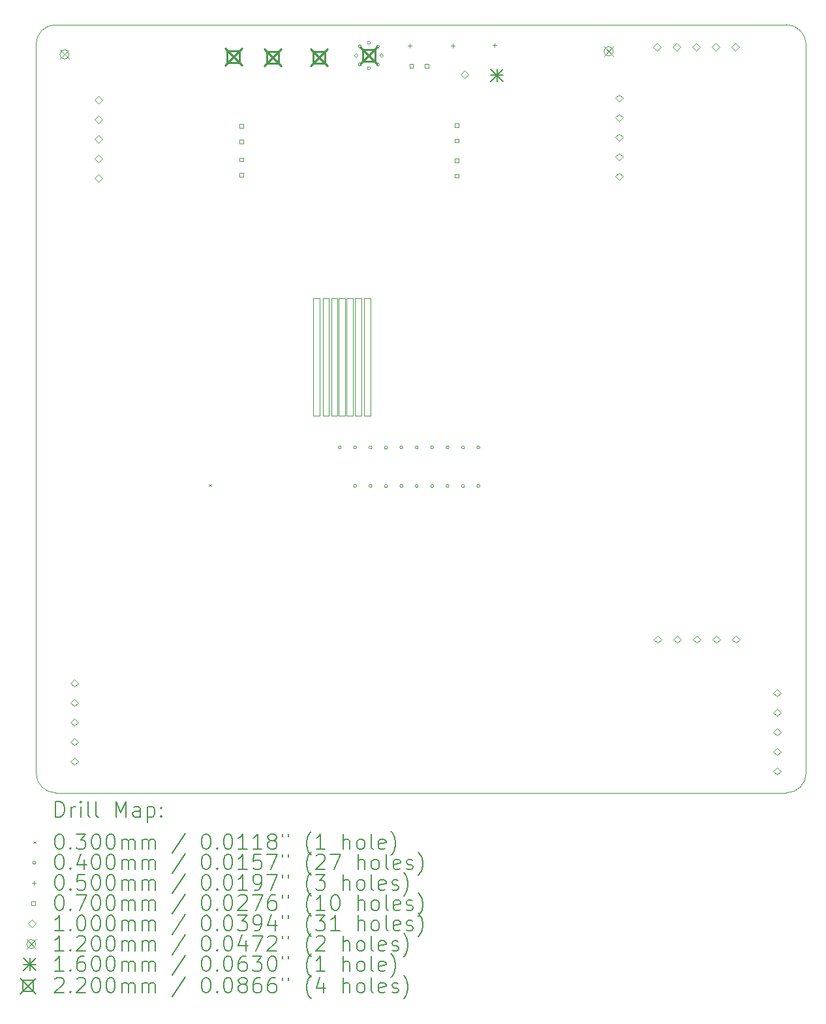
<source format=gbr>
%TF.GenerationSoftware,KiCad,Pcbnew,(6.0.10)*%
%TF.CreationDate,2023-02-12T23:23:46+01:00*%
%TF.ProjectId,hamodule,68616d6f-6475-46c6-952e-6b696361645f,20220918.20*%
%TF.SameCoordinates,Original*%
%TF.FileFunction,Drillmap*%
%TF.FilePolarity,Positive*%
%FSLAX45Y45*%
G04 Gerber Fmt 4.5, Leading zero omitted, Abs format (unit mm)*
G04 Created by KiCad (PCBNEW (6.0.10)) date 2023-02-12 23:23:46*
%MOMM*%
%LPD*%
G01*
G04 APERTURE LIST*
%ADD10C,0.050000*%
%ADD11C,0.200000*%
%ADD12C,0.030000*%
%ADD13C,0.040000*%
%ADD14C,0.070000*%
%ADD15C,0.100000*%
%ADD16C,0.120000*%
%ADD17C,0.160000*%
%ADD18C,0.220000*%
G04 APERTURE END LIST*
D10*
X11731200Y-12244300D02*
G75*
G03*
X11985200Y-11990300I0J254000D01*
G01*
X11985200Y-11990300D02*
X11985200Y-2534800D01*
X11731200Y-12244300D02*
X2247100Y-12244300D01*
X11731200Y-2280800D02*
X2247100Y-2280800D01*
X1993100Y-11988495D02*
X1993100Y-2534800D01*
X1993100Y-11988495D02*
G75*
G03*
X2247100Y-12244300I255812J0D01*
G01*
X11985200Y-2534800D02*
G75*
G03*
X11731200Y-2280800I-254000J0D01*
G01*
X6023100Y-5824800D02*
X6103100Y-5824800D01*
X6103100Y-5824800D02*
X6103100Y-7354800D01*
X6103100Y-7354800D02*
X6023100Y-7354800D01*
X6023100Y-7354800D02*
X6023100Y-5824800D01*
X5713100Y-5824800D02*
X5793100Y-5824800D01*
X5793100Y-5824800D02*
X5793100Y-7354800D01*
X5793100Y-7354800D02*
X5713100Y-7354800D01*
X5713100Y-7354800D02*
X5713100Y-5824800D01*
X6133100Y-5824800D02*
X6213100Y-5824800D01*
X6213100Y-5824800D02*
X6213100Y-7354800D01*
X6213100Y-7354800D02*
X6133100Y-7354800D01*
X6133100Y-7354800D02*
X6133100Y-5824800D01*
X6253100Y-5824800D02*
X6333100Y-5824800D01*
X6333100Y-5824800D02*
X6333100Y-7354800D01*
X6333100Y-7354800D02*
X6253100Y-7354800D01*
X6253100Y-7354800D02*
X6253100Y-5824800D01*
X2247100Y-2280800D02*
G75*
G03*
X1993100Y-2534800I0J-254000D01*
G01*
X5593100Y-5824800D02*
X5673100Y-5824800D01*
X5673100Y-5824800D02*
X5673100Y-7354800D01*
X5673100Y-7354800D02*
X5593100Y-7354800D01*
X5593100Y-7354800D02*
X5593100Y-5824800D01*
X5923100Y-5824800D02*
X6003100Y-5824800D01*
X6003100Y-5824800D02*
X6003100Y-7354800D01*
X6003100Y-7354800D02*
X5923100Y-7354800D01*
X5923100Y-7354800D02*
X5923100Y-5824800D01*
X5823100Y-5824800D02*
X5903100Y-5824800D01*
X5903100Y-5824800D02*
X5903100Y-7354800D01*
X5903100Y-7354800D02*
X5823100Y-7354800D01*
X5823100Y-7354800D02*
X5823100Y-5824800D01*
D11*
D12*
X4238100Y-8239800D02*
X4268100Y-8269800D01*
X4268100Y-8239800D02*
X4238100Y-8269800D01*
D13*
X5953100Y-7764800D02*
G75*
G03*
X5953100Y-7764800I-20000J0D01*
G01*
X6153100Y-7764800D02*
G75*
G03*
X6153100Y-7764800I-20000J0D01*
G01*
X6153100Y-8264800D02*
G75*
G03*
X6153100Y-8264800I-20000J0D01*
G01*
X6166900Y-2679700D02*
G75*
G03*
X6166900Y-2679700I-20000J0D01*
G01*
X6215227Y-2563027D02*
G75*
G03*
X6215227Y-2563027I-20000J0D01*
G01*
X6215227Y-2796373D02*
G75*
G03*
X6215227Y-2796373I-20000J0D01*
G01*
X6331900Y-2514700D02*
G75*
G03*
X6331900Y-2514700I-20000J0D01*
G01*
X6331900Y-2844700D02*
G75*
G03*
X6331900Y-2844700I-20000J0D01*
G01*
X6353100Y-7764800D02*
G75*
G03*
X6353100Y-7764800I-20000J0D01*
G01*
X6353100Y-8264800D02*
G75*
G03*
X6353100Y-8264800I-20000J0D01*
G01*
X6448573Y-2563027D02*
G75*
G03*
X6448573Y-2563027I-20000J0D01*
G01*
X6448573Y-2796373D02*
G75*
G03*
X6448573Y-2796373I-20000J0D01*
G01*
X6496900Y-2679700D02*
G75*
G03*
X6496900Y-2679700I-20000J0D01*
G01*
X6553100Y-7764800D02*
G75*
G03*
X6553100Y-7764800I-20000J0D01*
G01*
X6553100Y-8264800D02*
G75*
G03*
X6553100Y-8264800I-20000J0D01*
G01*
X6753100Y-7764800D02*
G75*
G03*
X6753100Y-7764800I-20000J0D01*
G01*
X6753100Y-8264800D02*
G75*
G03*
X6753100Y-8264800I-20000J0D01*
G01*
X6953100Y-7764800D02*
G75*
G03*
X6953100Y-7764800I-20000J0D01*
G01*
X6953100Y-8264800D02*
G75*
G03*
X6953100Y-8264800I-20000J0D01*
G01*
X7153100Y-7764800D02*
G75*
G03*
X7153100Y-7764800I-20000J0D01*
G01*
X7153100Y-8264800D02*
G75*
G03*
X7153100Y-8264800I-20000J0D01*
G01*
X7353100Y-7764800D02*
G75*
G03*
X7353100Y-7764800I-20000J0D01*
G01*
X7353100Y-8264800D02*
G75*
G03*
X7353100Y-8264800I-20000J0D01*
G01*
X7553100Y-7764800D02*
G75*
G03*
X7553100Y-7764800I-20000J0D01*
G01*
X7553100Y-8264800D02*
G75*
G03*
X7553100Y-8264800I-20000J0D01*
G01*
X7753100Y-7764800D02*
G75*
G03*
X7753100Y-7764800I-20000J0D01*
G01*
X7753100Y-8264800D02*
G75*
G03*
X7753100Y-8264800I-20000J0D01*
G01*
D10*
X6843100Y-2529800D02*
X6843100Y-2579800D01*
X6818100Y-2554800D02*
X6868100Y-2554800D01*
X7403100Y-2529800D02*
X7403100Y-2579800D01*
X7378100Y-2554800D02*
X7428100Y-2554800D01*
X7943100Y-2519800D02*
X7943100Y-2569800D01*
X7918100Y-2544800D02*
X7968100Y-2544800D01*
D14*
X4685649Y-3620449D02*
X4685649Y-3570951D01*
X4636151Y-3570951D01*
X4636151Y-3620449D01*
X4685649Y-3620449D01*
X4685649Y-3820449D02*
X4685649Y-3770951D01*
X4636151Y-3770951D01*
X4636151Y-3820449D01*
X4685649Y-3820449D01*
X4685649Y-4053849D02*
X4685649Y-4004351D01*
X4636151Y-4004351D01*
X4636151Y-4053849D01*
X4685649Y-4053849D01*
X4685649Y-4253849D02*
X4685649Y-4204351D01*
X4636151Y-4204351D01*
X4636151Y-4253849D01*
X4685649Y-4253849D01*
X6887849Y-2839549D02*
X6887849Y-2790051D01*
X6838351Y-2790051D01*
X6838351Y-2839549D01*
X6887849Y-2839549D01*
X7087849Y-2839549D02*
X7087849Y-2790051D01*
X7038351Y-2790051D01*
X7038351Y-2839549D01*
X7087849Y-2839549D01*
X7479649Y-3609349D02*
X7479649Y-3559851D01*
X7430151Y-3559851D01*
X7430151Y-3609349D01*
X7479649Y-3609349D01*
X7479649Y-3809349D02*
X7479649Y-3759851D01*
X7430151Y-3759851D01*
X7430151Y-3809349D01*
X7479649Y-3809349D01*
X7479649Y-4066549D02*
X7479649Y-4017051D01*
X7430151Y-4017051D01*
X7430151Y-4066549D01*
X7479649Y-4066549D01*
X7479649Y-4266549D02*
X7479649Y-4217051D01*
X7430151Y-4217051D01*
X7430151Y-4266549D01*
X7479649Y-4266549D01*
D15*
X2489200Y-10870400D02*
X2539200Y-10820400D01*
X2489200Y-10770400D01*
X2439200Y-10820400D01*
X2489200Y-10870400D01*
X2489200Y-11124400D02*
X2539200Y-11074400D01*
X2489200Y-11024400D01*
X2439200Y-11074400D01*
X2489200Y-11124400D01*
X2489200Y-11378400D02*
X2539200Y-11328400D01*
X2489200Y-11278400D01*
X2439200Y-11328400D01*
X2489200Y-11378400D01*
X2489200Y-11632400D02*
X2539200Y-11582400D01*
X2489200Y-11532400D01*
X2439200Y-11582400D01*
X2489200Y-11632400D01*
X2489200Y-11886400D02*
X2539200Y-11836400D01*
X2489200Y-11786400D01*
X2439200Y-11836400D01*
X2489200Y-11886400D01*
X2800700Y-3302300D02*
X2850700Y-3252300D01*
X2800700Y-3202300D01*
X2750700Y-3252300D01*
X2800700Y-3302300D01*
X2800700Y-3556300D02*
X2850700Y-3506300D01*
X2800700Y-3456300D01*
X2750700Y-3506300D01*
X2800700Y-3556300D01*
X2800700Y-3810300D02*
X2850700Y-3760300D01*
X2800700Y-3710300D01*
X2750700Y-3760300D01*
X2800700Y-3810300D01*
X2800700Y-4064300D02*
X2850700Y-4014300D01*
X2800700Y-3964300D01*
X2750700Y-4014300D01*
X2800700Y-4064300D01*
X2800700Y-4318300D02*
X2850700Y-4268300D01*
X2800700Y-4218300D01*
X2750700Y-4268300D01*
X2800700Y-4318300D01*
X7553100Y-2974800D02*
X7603100Y-2924800D01*
X7553100Y-2874800D01*
X7503100Y-2924800D01*
X7553100Y-2974800D01*
X9559500Y-3283400D02*
X9609500Y-3233400D01*
X9559500Y-3183400D01*
X9509500Y-3233400D01*
X9559500Y-3283400D01*
X9559500Y-3537400D02*
X9609500Y-3487400D01*
X9559500Y-3437400D01*
X9509500Y-3487400D01*
X9559500Y-3537400D01*
X9559500Y-3791400D02*
X9609500Y-3741400D01*
X9559500Y-3691400D01*
X9509500Y-3741400D01*
X9559500Y-3791400D01*
X9559500Y-4045400D02*
X9609500Y-3995400D01*
X9559500Y-3945400D01*
X9509500Y-3995400D01*
X9559500Y-4045400D01*
X9559500Y-4299400D02*
X9609500Y-4249400D01*
X9559500Y-4199400D01*
X9509500Y-4249400D01*
X9559500Y-4299400D01*
X10050800Y-2616900D02*
X10100800Y-2566900D01*
X10050800Y-2516900D01*
X10000800Y-2566900D01*
X10050800Y-2616900D01*
X10060500Y-10302900D02*
X10110500Y-10252900D01*
X10060500Y-10202900D01*
X10010500Y-10252900D01*
X10060500Y-10302900D01*
X10304800Y-2616900D02*
X10354800Y-2566900D01*
X10304800Y-2516900D01*
X10254800Y-2566900D01*
X10304800Y-2616900D01*
X10314500Y-10302900D02*
X10364500Y-10252900D01*
X10314500Y-10202900D01*
X10264500Y-10252900D01*
X10314500Y-10302900D01*
X10558800Y-2616900D02*
X10608800Y-2566900D01*
X10558800Y-2516900D01*
X10508800Y-2566900D01*
X10558800Y-2616900D01*
X10568500Y-10302900D02*
X10618500Y-10252900D01*
X10568500Y-10202900D01*
X10518500Y-10252900D01*
X10568500Y-10302900D01*
X10812800Y-2616900D02*
X10862800Y-2566900D01*
X10812800Y-2516900D01*
X10762800Y-2566900D01*
X10812800Y-2616900D01*
X10822500Y-10302900D02*
X10872500Y-10252900D01*
X10822500Y-10202900D01*
X10772500Y-10252900D01*
X10822500Y-10302900D01*
X11066800Y-2616900D02*
X11116800Y-2566900D01*
X11066800Y-2516900D01*
X11016800Y-2566900D01*
X11066800Y-2616900D01*
X11076500Y-10302900D02*
X11126500Y-10252900D01*
X11076500Y-10202900D01*
X11026500Y-10252900D01*
X11076500Y-10302900D01*
X11607800Y-10997400D02*
X11657800Y-10947400D01*
X11607800Y-10897400D01*
X11557800Y-10947400D01*
X11607800Y-10997400D01*
X11607800Y-11251400D02*
X11657800Y-11201400D01*
X11607800Y-11151400D01*
X11557800Y-11201400D01*
X11607800Y-11251400D01*
X11607800Y-11505400D02*
X11657800Y-11455400D01*
X11607800Y-11405400D01*
X11557800Y-11455400D01*
X11607800Y-11505400D01*
X11607800Y-11759400D02*
X11657800Y-11709400D01*
X11607800Y-11659400D01*
X11557800Y-11709400D01*
X11607800Y-11759400D01*
X11607800Y-12013400D02*
X11657800Y-11963400D01*
X11607800Y-11913400D01*
X11557800Y-11963400D01*
X11607800Y-12013400D01*
D16*
X2303100Y-2604800D02*
X2423100Y-2724800D01*
X2423100Y-2604800D02*
X2303100Y-2724800D01*
X2423100Y-2664800D02*
G75*
G03*
X2423100Y-2664800I-60000J0D01*
G01*
X9363100Y-2564800D02*
X9483100Y-2684800D01*
X9483100Y-2564800D02*
X9363100Y-2684800D01*
X9483100Y-2624800D02*
G75*
G03*
X9483100Y-2624800I-60000J0D01*
G01*
D17*
X7893100Y-2854800D02*
X8053100Y-3014800D01*
X8053100Y-2854800D02*
X7893100Y-3014800D01*
X7973100Y-2854800D02*
X7973100Y-3014800D01*
X7893100Y-2934800D02*
X8053100Y-2934800D01*
D18*
X4443100Y-2584800D02*
X4663100Y-2804800D01*
X4663100Y-2584800D02*
X4443100Y-2804800D01*
X4630883Y-2772583D02*
X4630883Y-2617018D01*
X4475318Y-2617018D01*
X4475318Y-2772583D01*
X4630883Y-2772583D01*
X4953100Y-2594800D02*
X5173100Y-2814800D01*
X5173100Y-2594800D02*
X4953100Y-2814800D01*
X5140883Y-2782583D02*
X5140883Y-2627018D01*
X4985318Y-2627018D01*
X4985318Y-2782583D01*
X5140883Y-2782583D01*
X5554200Y-2595100D02*
X5774200Y-2815100D01*
X5774200Y-2595100D02*
X5554200Y-2815100D01*
X5741982Y-2782883D02*
X5741982Y-2627318D01*
X5586418Y-2627318D01*
X5586418Y-2782883D01*
X5741982Y-2782883D01*
X6201900Y-2569700D02*
X6421900Y-2789700D01*
X6421900Y-2569700D02*
X6201900Y-2789700D01*
X6389682Y-2757483D02*
X6389682Y-2601918D01*
X6234117Y-2601918D01*
X6234117Y-2757483D01*
X6389682Y-2757483D01*
D11*
X2248219Y-12557276D02*
X2248219Y-12357276D01*
X2295838Y-12357276D01*
X2324410Y-12366800D01*
X2343457Y-12385848D01*
X2352981Y-12404895D01*
X2362505Y-12442990D01*
X2362505Y-12471562D01*
X2352981Y-12509657D01*
X2343457Y-12528705D01*
X2324410Y-12547752D01*
X2295838Y-12557276D01*
X2248219Y-12557276D01*
X2448219Y-12557276D02*
X2448219Y-12423943D01*
X2448219Y-12462038D02*
X2457743Y-12442990D01*
X2467267Y-12433467D01*
X2486314Y-12423943D01*
X2505362Y-12423943D01*
X2572029Y-12557276D02*
X2572029Y-12423943D01*
X2572029Y-12357276D02*
X2562505Y-12366800D01*
X2572029Y-12376324D01*
X2581552Y-12366800D01*
X2572029Y-12357276D01*
X2572029Y-12376324D01*
X2695838Y-12557276D02*
X2676790Y-12547752D01*
X2667267Y-12528705D01*
X2667267Y-12357276D01*
X2800600Y-12557276D02*
X2781552Y-12547752D01*
X2772029Y-12528705D01*
X2772029Y-12357276D01*
X3029171Y-12557276D02*
X3029171Y-12357276D01*
X3095838Y-12500133D01*
X3162505Y-12357276D01*
X3162505Y-12557276D01*
X3343457Y-12557276D02*
X3343457Y-12452514D01*
X3333933Y-12433467D01*
X3314886Y-12423943D01*
X3276790Y-12423943D01*
X3257743Y-12433467D01*
X3343457Y-12547752D02*
X3324409Y-12557276D01*
X3276790Y-12557276D01*
X3257743Y-12547752D01*
X3248219Y-12528705D01*
X3248219Y-12509657D01*
X3257743Y-12490609D01*
X3276790Y-12481086D01*
X3324409Y-12481086D01*
X3343457Y-12471562D01*
X3438695Y-12423943D02*
X3438695Y-12623943D01*
X3438695Y-12433467D02*
X3457743Y-12423943D01*
X3495838Y-12423943D01*
X3514886Y-12433467D01*
X3524409Y-12442990D01*
X3533933Y-12462038D01*
X3533933Y-12519181D01*
X3524409Y-12538228D01*
X3514886Y-12547752D01*
X3495838Y-12557276D01*
X3457743Y-12557276D01*
X3438695Y-12547752D01*
X3619648Y-12538228D02*
X3629171Y-12547752D01*
X3619648Y-12557276D01*
X3610124Y-12547752D01*
X3619648Y-12538228D01*
X3619648Y-12557276D01*
X3619648Y-12433467D02*
X3629171Y-12442990D01*
X3619648Y-12452514D01*
X3610124Y-12442990D01*
X3619648Y-12433467D01*
X3619648Y-12452514D01*
D12*
X1960600Y-12871800D02*
X1990600Y-12901800D01*
X1990600Y-12871800D02*
X1960600Y-12901800D01*
D11*
X2286314Y-12777276D02*
X2305362Y-12777276D01*
X2324410Y-12786800D01*
X2333933Y-12796324D01*
X2343457Y-12815371D01*
X2352981Y-12853467D01*
X2352981Y-12901086D01*
X2343457Y-12939181D01*
X2333933Y-12958228D01*
X2324410Y-12967752D01*
X2305362Y-12977276D01*
X2286314Y-12977276D01*
X2267267Y-12967752D01*
X2257743Y-12958228D01*
X2248219Y-12939181D01*
X2238695Y-12901086D01*
X2238695Y-12853467D01*
X2248219Y-12815371D01*
X2257743Y-12796324D01*
X2267267Y-12786800D01*
X2286314Y-12777276D01*
X2438695Y-12958228D02*
X2448219Y-12967752D01*
X2438695Y-12977276D01*
X2429171Y-12967752D01*
X2438695Y-12958228D01*
X2438695Y-12977276D01*
X2514886Y-12777276D02*
X2638695Y-12777276D01*
X2572029Y-12853467D01*
X2600600Y-12853467D01*
X2619648Y-12862990D01*
X2629171Y-12872514D01*
X2638695Y-12891562D01*
X2638695Y-12939181D01*
X2629171Y-12958228D01*
X2619648Y-12967752D01*
X2600600Y-12977276D01*
X2543457Y-12977276D01*
X2524410Y-12967752D01*
X2514886Y-12958228D01*
X2762505Y-12777276D02*
X2781552Y-12777276D01*
X2800600Y-12786800D01*
X2810124Y-12796324D01*
X2819648Y-12815371D01*
X2829171Y-12853467D01*
X2829171Y-12901086D01*
X2819648Y-12939181D01*
X2810124Y-12958228D01*
X2800600Y-12967752D01*
X2781552Y-12977276D01*
X2762505Y-12977276D01*
X2743457Y-12967752D01*
X2733933Y-12958228D01*
X2724410Y-12939181D01*
X2714886Y-12901086D01*
X2714886Y-12853467D01*
X2724410Y-12815371D01*
X2733933Y-12796324D01*
X2743457Y-12786800D01*
X2762505Y-12777276D01*
X2952981Y-12777276D02*
X2972028Y-12777276D01*
X2991076Y-12786800D01*
X3000600Y-12796324D01*
X3010124Y-12815371D01*
X3019648Y-12853467D01*
X3019648Y-12901086D01*
X3010124Y-12939181D01*
X3000600Y-12958228D01*
X2991076Y-12967752D01*
X2972028Y-12977276D01*
X2952981Y-12977276D01*
X2933933Y-12967752D01*
X2924409Y-12958228D01*
X2914886Y-12939181D01*
X2905362Y-12901086D01*
X2905362Y-12853467D01*
X2914886Y-12815371D01*
X2924409Y-12796324D01*
X2933933Y-12786800D01*
X2952981Y-12777276D01*
X3105362Y-12977276D02*
X3105362Y-12843943D01*
X3105362Y-12862990D02*
X3114886Y-12853467D01*
X3133933Y-12843943D01*
X3162505Y-12843943D01*
X3181552Y-12853467D01*
X3191076Y-12872514D01*
X3191076Y-12977276D01*
X3191076Y-12872514D02*
X3200600Y-12853467D01*
X3219648Y-12843943D01*
X3248219Y-12843943D01*
X3267267Y-12853467D01*
X3276790Y-12872514D01*
X3276790Y-12977276D01*
X3372028Y-12977276D02*
X3372028Y-12843943D01*
X3372028Y-12862990D02*
X3381552Y-12853467D01*
X3400600Y-12843943D01*
X3429171Y-12843943D01*
X3448219Y-12853467D01*
X3457743Y-12872514D01*
X3457743Y-12977276D01*
X3457743Y-12872514D02*
X3467267Y-12853467D01*
X3486314Y-12843943D01*
X3514886Y-12843943D01*
X3533933Y-12853467D01*
X3543457Y-12872514D01*
X3543457Y-12977276D01*
X3933933Y-12767752D02*
X3762505Y-13024895D01*
X4191076Y-12777276D02*
X4210124Y-12777276D01*
X4229171Y-12786800D01*
X4238695Y-12796324D01*
X4248219Y-12815371D01*
X4257743Y-12853467D01*
X4257743Y-12901086D01*
X4248219Y-12939181D01*
X4238695Y-12958228D01*
X4229171Y-12967752D01*
X4210124Y-12977276D01*
X4191076Y-12977276D01*
X4172028Y-12967752D01*
X4162505Y-12958228D01*
X4152981Y-12939181D01*
X4143457Y-12901086D01*
X4143457Y-12853467D01*
X4152981Y-12815371D01*
X4162505Y-12796324D01*
X4172028Y-12786800D01*
X4191076Y-12777276D01*
X4343457Y-12958228D02*
X4352981Y-12967752D01*
X4343457Y-12977276D01*
X4333933Y-12967752D01*
X4343457Y-12958228D01*
X4343457Y-12977276D01*
X4476790Y-12777276D02*
X4495838Y-12777276D01*
X4514886Y-12786800D01*
X4524410Y-12796324D01*
X4533933Y-12815371D01*
X4543457Y-12853467D01*
X4543457Y-12901086D01*
X4533933Y-12939181D01*
X4524410Y-12958228D01*
X4514886Y-12967752D01*
X4495838Y-12977276D01*
X4476790Y-12977276D01*
X4457743Y-12967752D01*
X4448219Y-12958228D01*
X4438695Y-12939181D01*
X4429171Y-12901086D01*
X4429171Y-12853467D01*
X4438695Y-12815371D01*
X4448219Y-12796324D01*
X4457743Y-12786800D01*
X4476790Y-12777276D01*
X4733933Y-12977276D02*
X4619648Y-12977276D01*
X4676790Y-12977276D02*
X4676790Y-12777276D01*
X4657743Y-12805848D01*
X4638695Y-12824895D01*
X4619648Y-12834419D01*
X4924410Y-12977276D02*
X4810124Y-12977276D01*
X4867267Y-12977276D02*
X4867267Y-12777276D01*
X4848219Y-12805848D01*
X4829171Y-12824895D01*
X4810124Y-12834419D01*
X5038695Y-12862990D02*
X5019648Y-12853467D01*
X5010124Y-12843943D01*
X5000600Y-12824895D01*
X5000600Y-12815371D01*
X5010124Y-12796324D01*
X5019648Y-12786800D01*
X5038695Y-12777276D01*
X5076790Y-12777276D01*
X5095838Y-12786800D01*
X5105362Y-12796324D01*
X5114886Y-12815371D01*
X5114886Y-12824895D01*
X5105362Y-12843943D01*
X5095838Y-12853467D01*
X5076790Y-12862990D01*
X5038695Y-12862990D01*
X5019648Y-12872514D01*
X5010124Y-12882038D01*
X5000600Y-12901086D01*
X5000600Y-12939181D01*
X5010124Y-12958228D01*
X5019648Y-12967752D01*
X5038695Y-12977276D01*
X5076790Y-12977276D01*
X5095838Y-12967752D01*
X5105362Y-12958228D01*
X5114886Y-12939181D01*
X5114886Y-12901086D01*
X5105362Y-12882038D01*
X5095838Y-12872514D01*
X5076790Y-12862990D01*
X5191076Y-12777276D02*
X5191076Y-12815371D01*
X5267267Y-12777276D02*
X5267267Y-12815371D01*
X5562505Y-13053467D02*
X5552981Y-13043943D01*
X5533933Y-13015371D01*
X5524410Y-12996324D01*
X5514886Y-12967752D01*
X5505362Y-12920133D01*
X5505362Y-12882038D01*
X5514886Y-12834419D01*
X5524410Y-12805848D01*
X5533933Y-12786800D01*
X5552981Y-12758228D01*
X5562505Y-12748705D01*
X5743457Y-12977276D02*
X5629171Y-12977276D01*
X5686314Y-12977276D02*
X5686314Y-12777276D01*
X5667267Y-12805848D01*
X5648219Y-12824895D01*
X5629171Y-12834419D01*
X5981552Y-12977276D02*
X5981552Y-12777276D01*
X6067267Y-12977276D02*
X6067267Y-12872514D01*
X6057743Y-12853467D01*
X6038695Y-12843943D01*
X6010124Y-12843943D01*
X5991076Y-12853467D01*
X5981552Y-12862990D01*
X6191076Y-12977276D02*
X6172028Y-12967752D01*
X6162505Y-12958228D01*
X6152981Y-12939181D01*
X6152981Y-12882038D01*
X6162505Y-12862990D01*
X6172028Y-12853467D01*
X6191076Y-12843943D01*
X6219648Y-12843943D01*
X6238695Y-12853467D01*
X6248219Y-12862990D01*
X6257743Y-12882038D01*
X6257743Y-12939181D01*
X6248219Y-12958228D01*
X6238695Y-12967752D01*
X6219648Y-12977276D01*
X6191076Y-12977276D01*
X6372028Y-12977276D02*
X6352981Y-12967752D01*
X6343457Y-12948705D01*
X6343457Y-12777276D01*
X6524409Y-12967752D02*
X6505362Y-12977276D01*
X6467267Y-12977276D01*
X6448219Y-12967752D01*
X6438695Y-12948705D01*
X6438695Y-12872514D01*
X6448219Y-12853467D01*
X6467267Y-12843943D01*
X6505362Y-12843943D01*
X6524409Y-12853467D01*
X6533933Y-12872514D01*
X6533933Y-12891562D01*
X6438695Y-12910609D01*
X6600600Y-13053467D02*
X6610124Y-13043943D01*
X6629171Y-13015371D01*
X6638695Y-12996324D01*
X6648219Y-12967752D01*
X6657743Y-12920133D01*
X6657743Y-12882038D01*
X6648219Y-12834419D01*
X6638695Y-12805848D01*
X6629171Y-12786800D01*
X6610124Y-12758228D01*
X6600600Y-12748705D01*
D13*
X1990600Y-13150800D02*
G75*
G03*
X1990600Y-13150800I-20000J0D01*
G01*
D11*
X2286314Y-13041276D02*
X2305362Y-13041276D01*
X2324410Y-13050800D01*
X2333933Y-13060324D01*
X2343457Y-13079371D01*
X2352981Y-13117467D01*
X2352981Y-13165086D01*
X2343457Y-13203181D01*
X2333933Y-13222228D01*
X2324410Y-13231752D01*
X2305362Y-13241276D01*
X2286314Y-13241276D01*
X2267267Y-13231752D01*
X2257743Y-13222228D01*
X2248219Y-13203181D01*
X2238695Y-13165086D01*
X2238695Y-13117467D01*
X2248219Y-13079371D01*
X2257743Y-13060324D01*
X2267267Y-13050800D01*
X2286314Y-13041276D01*
X2438695Y-13222228D02*
X2448219Y-13231752D01*
X2438695Y-13241276D01*
X2429171Y-13231752D01*
X2438695Y-13222228D01*
X2438695Y-13241276D01*
X2619648Y-13107943D02*
X2619648Y-13241276D01*
X2572029Y-13031752D02*
X2524410Y-13174609D01*
X2648219Y-13174609D01*
X2762505Y-13041276D02*
X2781552Y-13041276D01*
X2800600Y-13050800D01*
X2810124Y-13060324D01*
X2819648Y-13079371D01*
X2829171Y-13117467D01*
X2829171Y-13165086D01*
X2819648Y-13203181D01*
X2810124Y-13222228D01*
X2800600Y-13231752D01*
X2781552Y-13241276D01*
X2762505Y-13241276D01*
X2743457Y-13231752D01*
X2733933Y-13222228D01*
X2724410Y-13203181D01*
X2714886Y-13165086D01*
X2714886Y-13117467D01*
X2724410Y-13079371D01*
X2733933Y-13060324D01*
X2743457Y-13050800D01*
X2762505Y-13041276D01*
X2952981Y-13041276D02*
X2972028Y-13041276D01*
X2991076Y-13050800D01*
X3000600Y-13060324D01*
X3010124Y-13079371D01*
X3019648Y-13117467D01*
X3019648Y-13165086D01*
X3010124Y-13203181D01*
X3000600Y-13222228D01*
X2991076Y-13231752D01*
X2972028Y-13241276D01*
X2952981Y-13241276D01*
X2933933Y-13231752D01*
X2924409Y-13222228D01*
X2914886Y-13203181D01*
X2905362Y-13165086D01*
X2905362Y-13117467D01*
X2914886Y-13079371D01*
X2924409Y-13060324D01*
X2933933Y-13050800D01*
X2952981Y-13041276D01*
X3105362Y-13241276D02*
X3105362Y-13107943D01*
X3105362Y-13126990D02*
X3114886Y-13117467D01*
X3133933Y-13107943D01*
X3162505Y-13107943D01*
X3181552Y-13117467D01*
X3191076Y-13136514D01*
X3191076Y-13241276D01*
X3191076Y-13136514D02*
X3200600Y-13117467D01*
X3219648Y-13107943D01*
X3248219Y-13107943D01*
X3267267Y-13117467D01*
X3276790Y-13136514D01*
X3276790Y-13241276D01*
X3372028Y-13241276D02*
X3372028Y-13107943D01*
X3372028Y-13126990D02*
X3381552Y-13117467D01*
X3400600Y-13107943D01*
X3429171Y-13107943D01*
X3448219Y-13117467D01*
X3457743Y-13136514D01*
X3457743Y-13241276D01*
X3457743Y-13136514D02*
X3467267Y-13117467D01*
X3486314Y-13107943D01*
X3514886Y-13107943D01*
X3533933Y-13117467D01*
X3543457Y-13136514D01*
X3543457Y-13241276D01*
X3933933Y-13031752D02*
X3762505Y-13288895D01*
X4191076Y-13041276D02*
X4210124Y-13041276D01*
X4229171Y-13050800D01*
X4238695Y-13060324D01*
X4248219Y-13079371D01*
X4257743Y-13117467D01*
X4257743Y-13165086D01*
X4248219Y-13203181D01*
X4238695Y-13222228D01*
X4229171Y-13231752D01*
X4210124Y-13241276D01*
X4191076Y-13241276D01*
X4172028Y-13231752D01*
X4162505Y-13222228D01*
X4152981Y-13203181D01*
X4143457Y-13165086D01*
X4143457Y-13117467D01*
X4152981Y-13079371D01*
X4162505Y-13060324D01*
X4172028Y-13050800D01*
X4191076Y-13041276D01*
X4343457Y-13222228D02*
X4352981Y-13231752D01*
X4343457Y-13241276D01*
X4333933Y-13231752D01*
X4343457Y-13222228D01*
X4343457Y-13241276D01*
X4476790Y-13041276D02*
X4495838Y-13041276D01*
X4514886Y-13050800D01*
X4524410Y-13060324D01*
X4533933Y-13079371D01*
X4543457Y-13117467D01*
X4543457Y-13165086D01*
X4533933Y-13203181D01*
X4524410Y-13222228D01*
X4514886Y-13231752D01*
X4495838Y-13241276D01*
X4476790Y-13241276D01*
X4457743Y-13231752D01*
X4448219Y-13222228D01*
X4438695Y-13203181D01*
X4429171Y-13165086D01*
X4429171Y-13117467D01*
X4438695Y-13079371D01*
X4448219Y-13060324D01*
X4457743Y-13050800D01*
X4476790Y-13041276D01*
X4733933Y-13241276D02*
X4619648Y-13241276D01*
X4676790Y-13241276D02*
X4676790Y-13041276D01*
X4657743Y-13069848D01*
X4638695Y-13088895D01*
X4619648Y-13098419D01*
X4914886Y-13041276D02*
X4819648Y-13041276D01*
X4810124Y-13136514D01*
X4819648Y-13126990D01*
X4838695Y-13117467D01*
X4886314Y-13117467D01*
X4905362Y-13126990D01*
X4914886Y-13136514D01*
X4924410Y-13155562D01*
X4924410Y-13203181D01*
X4914886Y-13222228D01*
X4905362Y-13231752D01*
X4886314Y-13241276D01*
X4838695Y-13241276D01*
X4819648Y-13231752D01*
X4810124Y-13222228D01*
X4991076Y-13041276D02*
X5124410Y-13041276D01*
X5038695Y-13241276D01*
X5191076Y-13041276D02*
X5191076Y-13079371D01*
X5267267Y-13041276D02*
X5267267Y-13079371D01*
X5562505Y-13317467D02*
X5552981Y-13307943D01*
X5533933Y-13279371D01*
X5524410Y-13260324D01*
X5514886Y-13231752D01*
X5505362Y-13184133D01*
X5505362Y-13146038D01*
X5514886Y-13098419D01*
X5524410Y-13069848D01*
X5533933Y-13050800D01*
X5552981Y-13022228D01*
X5562505Y-13012705D01*
X5629171Y-13060324D02*
X5638695Y-13050800D01*
X5657743Y-13041276D01*
X5705362Y-13041276D01*
X5724409Y-13050800D01*
X5733933Y-13060324D01*
X5743457Y-13079371D01*
X5743457Y-13098419D01*
X5733933Y-13126990D01*
X5619648Y-13241276D01*
X5743457Y-13241276D01*
X5810124Y-13041276D02*
X5943457Y-13041276D01*
X5857743Y-13241276D01*
X6172028Y-13241276D02*
X6172028Y-13041276D01*
X6257743Y-13241276D02*
X6257743Y-13136514D01*
X6248219Y-13117467D01*
X6229171Y-13107943D01*
X6200600Y-13107943D01*
X6181552Y-13117467D01*
X6172028Y-13126990D01*
X6381552Y-13241276D02*
X6362505Y-13231752D01*
X6352981Y-13222228D01*
X6343457Y-13203181D01*
X6343457Y-13146038D01*
X6352981Y-13126990D01*
X6362505Y-13117467D01*
X6381552Y-13107943D01*
X6410124Y-13107943D01*
X6429171Y-13117467D01*
X6438695Y-13126990D01*
X6448219Y-13146038D01*
X6448219Y-13203181D01*
X6438695Y-13222228D01*
X6429171Y-13231752D01*
X6410124Y-13241276D01*
X6381552Y-13241276D01*
X6562505Y-13241276D02*
X6543457Y-13231752D01*
X6533933Y-13212705D01*
X6533933Y-13041276D01*
X6714886Y-13231752D02*
X6695838Y-13241276D01*
X6657743Y-13241276D01*
X6638695Y-13231752D01*
X6629171Y-13212705D01*
X6629171Y-13136514D01*
X6638695Y-13117467D01*
X6657743Y-13107943D01*
X6695838Y-13107943D01*
X6714886Y-13117467D01*
X6724409Y-13136514D01*
X6724409Y-13155562D01*
X6629171Y-13174609D01*
X6800600Y-13231752D02*
X6819648Y-13241276D01*
X6857743Y-13241276D01*
X6876790Y-13231752D01*
X6886314Y-13212705D01*
X6886314Y-13203181D01*
X6876790Y-13184133D01*
X6857743Y-13174609D01*
X6829171Y-13174609D01*
X6810124Y-13165086D01*
X6800600Y-13146038D01*
X6800600Y-13136514D01*
X6810124Y-13117467D01*
X6829171Y-13107943D01*
X6857743Y-13107943D01*
X6876790Y-13117467D01*
X6952981Y-13317467D02*
X6962505Y-13307943D01*
X6981552Y-13279371D01*
X6991076Y-13260324D01*
X7000600Y-13231752D01*
X7010124Y-13184133D01*
X7010124Y-13146038D01*
X7000600Y-13098419D01*
X6991076Y-13069848D01*
X6981552Y-13050800D01*
X6962505Y-13022228D01*
X6952981Y-13012705D01*
D10*
X1965600Y-13389800D02*
X1965600Y-13439800D01*
X1940600Y-13414800D02*
X1990600Y-13414800D01*
D11*
X2286314Y-13305276D02*
X2305362Y-13305276D01*
X2324410Y-13314800D01*
X2333933Y-13324324D01*
X2343457Y-13343371D01*
X2352981Y-13381467D01*
X2352981Y-13429086D01*
X2343457Y-13467181D01*
X2333933Y-13486228D01*
X2324410Y-13495752D01*
X2305362Y-13505276D01*
X2286314Y-13505276D01*
X2267267Y-13495752D01*
X2257743Y-13486228D01*
X2248219Y-13467181D01*
X2238695Y-13429086D01*
X2238695Y-13381467D01*
X2248219Y-13343371D01*
X2257743Y-13324324D01*
X2267267Y-13314800D01*
X2286314Y-13305276D01*
X2438695Y-13486228D02*
X2448219Y-13495752D01*
X2438695Y-13505276D01*
X2429171Y-13495752D01*
X2438695Y-13486228D01*
X2438695Y-13505276D01*
X2629171Y-13305276D02*
X2533933Y-13305276D01*
X2524410Y-13400514D01*
X2533933Y-13390990D01*
X2552981Y-13381467D01*
X2600600Y-13381467D01*
X2619648Y-13390990D01*
X2629171Y-13400514D01*
X2638695Y-13419562D01*
X2638695Y-13467181D01*
X2629171Y-13486228D01*
X2619648Y-13495752D01*
X2600600Y-13505276D01*
X2552981Y-13505276D01*
X2533933Y-13495752D01*
X2524410Y-13486228D01*
X2762505Y-13305276D02*
X2781552Y-13305276D01*
X2800600Y-13314800D01*
X2810124Y-13324324D01*
X2819648Y-13343371D01*
X2829171Y-13381467D01*
X2829171Y-13429086D01*
X2819648Y-13467181D01*
X2810124Y-13486228D01*
X2800600Y-13495752D01*
X2781552Y-13505276D01*
X2762505Y-13505276D01*
X2743457Y-13495752D01*
X2733933Y-13486228D01*
X2724410Y-13467181D01*
X2714886Y-13429086D01*
X2714886Y-13381467D01*
X2724410Y-13343371D01*
X2733933Y-13324324D01*
X2743457Y-13314800D01*
X2762505Y-13305276D01*
X2952981Y-13305276D02*
X2972028Y-13305276D01*
X2991076Y-13314800D01*
X3000600Y-13324324D01*
X3010124Y-13343371D01*
X3019648Y-13381467D01*
X3019648Y-13429086D01*
X3010124Y-13467181D01*
X3000600Y-13486228D01*
X2991076Y-13495752D01*
X2972028Y-13505276D01*
X2952981Y-13505276D01*
X2933933Y-13495752D01*
X2924409Y-13486228D01*
X2914886Y-13467181D01*
X2905362Y-13429086D01*
X2905362Y-13381467D01*
X2914886Y-13343371D01*
X2924409Y-13324324D01*
X2933933Y-13314800D01*
X2952981Y-13305276D01*
X3105362Y-13505276D02*
X3105362Y-13371943D01*
X3105362Y-13390990D02*
X3114886Y-13381467D01*
X3133933Y-13371943D01*
X3162505Y-13371943D01*
X3181552Y-13381467D01*
X3191076Y-13400514D01*
X3191076Y-13505276D01*
X3191076Y-13400514D02*
X3200600Y-13381467D01*
X3219648Y-13371943D01*
X3248219Y-13371943D01*
X3267267Y-13381467D01*
X3276790Y-13400514D01*
X3276790Y-13505276D01*
X3372028Y-13505276D02*
X3372028Y-13371943D01*
X3372028Y-13390990D02*
X3381552Y-13381467D01*
X3400600Y-13371943D01*
X3429171Y-13371943D01*
X3448219Y-13381467D01*
X3457743Y-13400514D01*
X3457743Y-13505276D01*
X3457743Y-13400514D02*
X3467267Y-13381467D01*
X3486314Y-13371943D01*
X3514886Y-13371943D01*
X3533933Y-13381467D01*
X3543457Y-13400514D01*
X3543457Y-13505276D01*
X3933933Y-13295752D02*
X3762505Y-13552895D01*
X4191076Y-13305276D02*
X4210124Y-13305276D01*
X4229171Y-13314800D01*
X4238695Y-13324324D01*
X4248219Y-13343371D01*
X4257743Y-13381467D01*
X4257743Y-13429086D01*
X4248219Y-13467181D01*
X4238695Y-13486228D01*
X4229171Y-13495752D01*
X4210124Y-13505276D01*
X4191076Y-13505276D01*
X4172028Y-13495752D01*
X4162505Y-13486228D01*
X4152981Y-13467181D01*
X4143457Y-13429086D01*
X4143457Y-13381467D01*
X4152981Y-13343371D01*
X4162505Y-13324324D01*
X4172028Y-13314800D01*
X4191076Y-13305276D01*
X4343457Y-13486228D02*
X4352981Y-13495752D01*
X4343457Y-13505276D01*
X4333933Y-13495752D01*
X4343457Y-13486228D01*
X4343457Y-13505276D01*
X4476790Y-13305276D02*
X4495838Y-13305276D01*
X4514886Y-13314800D01*
X4524410Y-13324324D01*
X4533933Y-13343371D01*
X4543457Y-13381467D01*
X4543457Y-13429086D01*
X4533933Y-13467181D01*
X4524410Y-13486228D01*
X4514886Y-13495752D01*
X4495838Y-13505276D01*
X4476790Y-13505276D01*
X4457743Y-13495752D01*
X4448219Y-13486228D01*
X4438695Y-13467181D01*
X4429171Y-13429086D01*
X4429171Y-13381467D01*
X4438695Y-13343371D01*
X4448219Y-13324324D01*
X4457743Y-13314800D01*
X4476790Y-13305276D01*
X4733933Y-13505276D02*
X4619648Y-13505276D01*
X4676790Y-13505276D02*
X4676790Y-13305276D01*
X4657743Y-13333848D01*
X4638695Y-13352895D01*
X4619648Y-13362419D01*
X4829171Y-13505276D02*
X4867267Y-13505276D01*
X4886314Y-13495752D01*
X4895838Y-13486228D01*
X4914886Y-13457657D01*
X4924410Y-13419562D01*
X4924410Y-13343371D01*
X4914886Y-13324324D01*
X4905362Y-13314800D01*
X4886314Y-13305276D01*
X4848219Y-13305276D01*
X4829171Y-13314800D01*
X4819648Y-13324324D01*
X4810124Y-13343371D01*
X4810124Y-13390990D01*
X4819648Y-13410038D01*
X4829171Y-13419562D01*
X4848219Y-13429086D01*
X4886314Y-13429086D01*
X4905362Y-13419562D01*
X4914886Y-13410038D01*
X4924410Y-13390990D01*
X4991076Y-13305276D02*
X5124410Y-13305276D01*
X5038695Y-13505276D01*
X5191076Y-13305276D02*
X5191076Y-13343371D01*
X5267267Y-13305276D02*
X5267267Y-13343371D01*
X5562505Y-13581467D02*
X5552981Y-13571943D01*
X5533933Y-13543371D01*
X5524410Y-13524324D01*
X5514886Y-13495752D01*
X5505362Y-13448133D01*
X5505362Y-13410038D01*
X5514886Y-13362419D01*
X5524410Y-13333848D01*
X5533933Y-13314800D01*
X5552981Y-13286228D01*
X5562505Y-13276705D01*
X5619648Y-13305276D02*
X5743457Y-13305276D01*
X5676790Y-13381467D01*
X5705362Y-13381467D01*
X5724409Y-13390990D01*
X5733933Y-13400514D01*
X5743457Y-13419562D01*
X5743457Y-13467181D01*
X5733933Y-13486228D01*
X5724409Y-13495752D01*
X5705362Y-13505276D01*
X5648219Y-13505276D01*
X5629171Y-13495752D01*
X5619648Y-13486228D01*
X5981552Y-13505276D02*
X5981552Y-13305276D01*
X6067267Y-13505276D02*
X6067267Y-13400514D01*
X6057743Y-13381467D01*
X6038695Y-13371943D01*
X6010124Y-13371943D01*
X5991076Y-13381467D01*
X5981552Y-13390990D01*
X6191076Y-13505276D02*
X6172028Y-13495752D01*
X6162505Y-13486228D01*
X6152981Y-13467181D01*
X6152981Y-13410038D01*
X6162505Y-13390990D01*
X6172028Y-13381467D01*
X6191076Y-13371943D01*
X6219648Y-13371943D01*
X6238695Y-13381467D01*
X6248219Y-13390990D01*
X6257743Y-13410038D01*
X6257743Y-13467181D01*
X6248219Y-13486228D01*
X6238695Y-13495752D01*
X6219648Y-13505276D01*
X6191076Y-13505276D01*
X6372028Y-13505276D02*
X6352981Y-13495752D01*
X6343457Y-13476705D01*
X6343457Y-13305276D01*
X6524409Y-13495752D02*
X6505362Y-13505276D01*
X6467267Y-13505276D01*
X6448219Y-13495752D01*
X6438695Y-13476705D01*
X6438695Y-13400514D01*
X6448219Y-13381467D01*
X6467267Y-13371943D01*
X6505362Y-13371943D01*
X6524409Y-13381467D01*
X6533933Y-13400514D01*
X6533933Y-13419562D01*
X6438695Y-13438609D01*
X6610124Y-13495752D02*
X6629171Y-13505276D01*
X6667267Y-13505276D01*
X6686314Y-13495752D01*
X6695838Y-13476705D01*
X6695838Y-13467181D01*
X6686314Y-13448133D01*
X6667267Y-13438609D01*
X6638695Y-13438609D01*
X6619648Y-13429086D01*
X6610124Y-13410038D01*
X6610124Y-13400514D01*
X6619648Y-13381467D01*
X6638695Y-13371943D01*
X6667267Y-13371943D01*
X6686314Y-13381467D01*
X6762505Y-13581467D02*
X6772028Y-13571943D01*
X6791076Y-13543371D01*
X6800600Y-13524324D01*
X6810124Y-13495752D01*
X6819648Y-13448133D01*
X6819648Y-13410038D01*
X6810124Y-13362419D01*
X6800600Y-13333848D01*
X6791076Y-13314800D01*
X6772028Y-13286228D01*
X6762505Y-13276705D01*
D14*
X1980349Y-13703549D02*
X1980349Y-13654051D01*
X1930851Y-13654051D01*
X1930851Y-13703549D01*
X1980349Y-13703549D01*
D11*
X2286314Y-13569276D02*
X2305362Y-13569276D01*
X2324410Y-13578800D01*
X2333933Y-13588324D01*
X2343457Y-13607371D01*
X2352981Y-13645467D01*
X2352981Y-13693086D01*
X2343457Y-13731181D01*
X2333933Y-13750228D01*
X2324410Y-13759752D01*
X2305362Y-13769276D01*
X2286314Y-13769276D01*
X2267267Y-13759752D01*
X2257743Y-13750228D01*
X2248219Y-13731181D01*
X2238695Y-13693086D01*
X2238695Y-13645467D01*
X2248219Y-13607371D01*
X2257743Y-13588324D01*
X2267267Y-13578800D01*
X2286314Y-13569276D01*
X2438695Y-13750228D02*
X2448219Y-13759752D01*
X2438695Y-13769276D01*
X2429171Y-13759752D01*
X2438695Y-13750228D01*
X2438695Y-13769276D01*
X2514886Y-13569276D02*
X2648219Y-13569276D01*
X2562505Y-13769276D01*
X2762505Y-13569276D02*
X2781552Y-13569276D01*
X2800600Y-13578800D01*
X2810124Y-13588324D01*
X2819648Y-13607371D01*
X2829171Y-13645467D01*
X2829171Y-13693086D01*
X2819648Y-13731181D01*
X2810124Y-13750228D01*
X2800600Y-13759752D01*
X2781552Y-13769276D01*
X2762505Y-13769276D01*
X2743457Y-13759752D01*
X2733933Y-13750228D01*
X2724410Y-13731181D01*
X2714886Y-13693086D01*
X2714886Y-13645467D01*
X2724410Y-13607371D01*
X2733933Y-13588324D01*
X2743457Y-13578800D01*
X2762505Y-13569276D01*
X2952981Y-13569276D02*
X2972028Y-13569276D01*
X2991076Y-13578800D01*
X3000600Y-13588324D01*
X3010124Y-13607371D01*
X3019648Y-13645467D01*
X3019648Y-13693086D01*
X3010124Y-13731181D01*
X3000600Y-13750228D01*
X2991076Y-13759752D01*
X2972028Y-13769276D01*
X2952981Y-13769276D01*
X2933933Y-13759752D01*
X2924409Y-13750228D01*
X2914886Y-13731181D01*
X2905362Y-13693086D01*
X2905362Y-13645467D01*
X2914886Y-13607371D01*
X2924409Y-13588324D01*
X2933933Y-13578800D01*
X2952981Y-13569276D01*
X3105362Y-13769276D02*
X3105362Y-13635943D01*
X3105362Y-13654990D02*
X3114886Y-13645467D01*
X3133933Y-13635943D01*
X3162505Y-13635943D01*
X3181552Y-13645467D01*
X3191076Y-13664514D01*
X3191076Y-13769276D01*
X3191076Y-13664514D02*
X3200600Y-13645467D01*
X3219648Y-13635943D01*
X3248219Y-13635943D01*
X3267267Y-13645467D01*
X3276790Y-13664514D01*
X3276790Y-13769276D01*
X3372028Y-13769276D02*
X3372028Y-13635943D01*
X3372028Y-13654990D02*
X3381552Y-13645467D01*
X3400600Y-13635943D01*
X3429171Y-13635943D01*
X3448219Y-13645467D01*
X3457743Y-13664514D01*
X3457743Y-13769276D01*
X3457743Y-13664514D02*
X3467267Y-13645467D01*
X3486314Y-13635943D01*
X3514886Y-13635943D01*
X3533933Y-13645467D01*
X3543457Y-13664514D01*
X3543457Y-13769276D01*
X3933933Y-13559752D02*
X3762505Y-13816895D01*
X4191076Y-13569276D02*
X4210124Y-13569276D01*
X4229171Y-13578800D01*
X4238695Y-13588324D01*
X4248219Y-13607371D01*
X4257743Y-13645467D01*
X4257743Y-13693086D01*
X4248219Y-13731181D01*
X4238695Y-13750228D01*
X4229171Y-13759752D01*
X4210124Y-13769276D01*
X4191076Y-13769276D01*
X4172028Y-13759752D01*
X4162505Y-13750228D01*
X4152981Y-13731181D01*
X4143457Y-13693086D01*
X4143457Y-13645467D01*
X4152981Y-13607371D01*
X4162505Y-13588324D01*
X4172028Y-13578800D01*
X4191076Y-13569276D01*
X4343457Y-13750228D02*
X4352981Y-13759752D01*
X4343457Y-13769276D01*
X4333933Y-13759752D01*
X4343457Y-13750228D01*
X4343457Y-13769276D01*
X4476790Y-13569276D02*
X4495838Y-13569276D01*
X4514886Y-13578800D01*
X4524410Y-13588324D01*
X4533933Y-13607371D01*
X4543457Y-13645467D01*
X4543457Y-13693086D01*
X4533933Y-13731181D01*
X4524410Y-13750228D01*
X4514886Y-13759752D01*
X4495838Y-13769276D01*
X4476790Y-13769276D01*
X4457743Y-13759752D01*
X4448219Y-13750228D01*
X4438695Y-13731181D01*
X4429171Y-13693086D01*
X4429171Y-13645467D01*
X4438695Y-13607371D01*
X4448219Y-13588324D01*
X4457743Y-13578800D01*
X4476790Y-13569276D01*
X4619648Y-13588324D02*
X4629171Y-13578800D01*
X4648219Y-13569276D01*
X4695838Y-13569276D01*
X4714886Y-13578800D01*
X4724410Y-13588324D01*
X4733933Y-13607371D01*
X4733933Y-13626419D01*
X4724410Y-13654990D01*
X4610124Y-13769276D01*
X4733933Y-13769276D01*
X4800600Y-13569276D02*
X4933933Y-13569276D01*
X4848219Y-13769276D01*
X5095838Y-13569276D02*
X5057743Y-13569276D01*
X5038695Y-13578800D01*
X5029171Y-13588324D01*
X5010124Y-13616895D01*
X5000600Y-13654990D01*
X5000600Y-13731181D01*
X5010124Y-13750228D01*
X5019648Y-13759752D01*
X5038695Y-13769276D01*
X5076790Y-13769276D01*
X5095838Y-13759752D01*
X5105362Y-13750228D01*
X5114886Y-13731181D01*
X5114886Y-13683562D01*
X5105362Y-13664514D01*
X5095838Y-13654990D01*
X5076790Y-13645467D01*
X5038695Y-13645467D01*
X5019648Y-13654990D01*
X5010124Y-13664514D01*
X5000600Y-13683562D01*
X5191076Y-13569276D02*
X5191076Y-13607371D01*
X5267267Y-13569276D02*
X5267267Y-13607371D01*
X5562505Y-13845467D02*
X5552981Y-13835943D01*
X5533933Y-13807371D01*
X5524410Y-13788324D01*
X5514886Y-13759752D01*
X5505362Y-13712133D01*
X5505362Y-13674038D01*
X5514886Y-13626419D01*
X5524410Y-13597848D01*
X5533933Y-13578800D01*
X5552981Y-13550228D01*
X5562505Y-13540705D01*
X5743457Y-13769276D02*
X5629171Y-13769276D01*
X5686314Y-13769276D02*
X5686314Y-13569276D01*
X5667267Y-13597848D01*
X5648219Y-13616895D01*
X5629171Y-13626419D01*
X5867267Y-13569276D02*
X5886314Y-13569276D01*
X5905362Y-13578800D01*
X5914886Y-13588324D01*
X5924409Y-13607371D01*
X5933933Y-13645467D01*
X5933933Y-13693086D01*
X5924409Y-13731181D01*
X5914886Y-13750228D01*
X5905362Y-13759752D01*
X5886314Y-13769276D01*
X5867267Y-13769276D01*
X5848219Y-13759752D01*
X5838695Y-13750228D01*
X5829171Y-13731181D01*
X5819648Y-13693086D01*
X5819648Y-13645467D01*
X5829171Y-13607371D01*
X5838695Y-13588324D01*
X5848219Y-13578800D01*
X5867267Y-13569276D01*
X6172028Y-13769276D02*
X6172028Y-13569276D01*
X6257743Y-13769276D02*
X6257743Y-13664514D01*
X6248219Y-13645467D01*
X6229171Y-13635943D01*
X6200600Y-13635943D01*
X6181552Y-13645467D01*
X6172028Y-13654990D01*
X6381552Y-13769276D02*
X6362505Y-13759752D01*
X6352981Y-13750228D01*
X6343457Y-13731181D01*
X6343457Y-13674038D01*
X6352981Y-13654990D01*
X6362505Y-13645467D01*
X6381552Y-13635943D01*
X6410124Y-13635943D01*
X6429171Y-13645467D01*
X6438695Y-13654990D01*
X6448219Y-13674038D01*
X6448219Y-13731181D01*
X6438695Y-13750228D01*
X6429171Y-13759752D01*
X6410124Y-13769276D01*
X6381552Y-13769276D01*
X6562505Y-13769276D02*
X6543457Y-13759752D01*
X6533933Y-13740705D01*
X6533933Y-13569276D01*
X6714886Y-13759752D02*
X6695838Y-13769276D01*
X6657743Y-13769276D01*
X6638695Y-13759752D01*
X6629171Y-13740705D01*
X6629171Y-13664514D01*
X6638695Y-13645467D01*
X6657743Y-13635943D01*
X6695838Y-13635943D01*
X6714886Y-13645467D01*
X6724409Y-13664514D01*
X6724409Y-13683562D01*
X6629171Y-13702609D01*
X6800600Y-13759752D02*
X6819648Y-13769276D01*
X6857743Y-13769276D01*
X6876790Y-13759752D01*
X6886314Y-13740705D01*
X6886314Y-13731181D01*
X6876790Y-13712133D01*
X6857743Y-13702609D01*
X6829171Y-13702609D01*
X6810124Y-13693086D01*
X6800600Y-13674038D01*
X6800600Y-13664514D01*
X6810124Y-13645467D01*
X6829171Y-13635943D01*
X6857743Y-13635943D01*
X6876790Y-13645467D01*
X6952981Y-13845467D02*
X6962505Y-13835943D01*
X6981552Y-13807371D01*
X6991076Y-13788324D01*
X7000600Y-13759752D01*
X7010124Y-13712133D01*
X7010124Y-13674038D01*
X7000600Y-13626419D01*
X6991076Y-13597848D01*
X6981552Y-13578800D01*
X6962505Y-13550228D01*
X6952981Y-13540705D01*
D15*
X1940600Y-13992800D02*
X1990600Y-13942800D01*
X1940600Y-13892800D01*
X1890600Y-13942800D01*
X1940600Y-13992800D01*
D11*
X2352981Y-14033276D02*
X2238695Y-14033276D01*
X2295838Y-14033276D02*
X2295838Y-13833276D01*
X2276790Y-13861848D01*
X2257743Y-13880895D01*
X2238695Y-13890419D01*
X2438695Y-14014228D02*
X2448219Y-14023752D01*
X2438695Y-14033276D01*
X2429171Y-14023752D01*
X2438695Y-14014228D01*
X2438695Y-14033276D01*
X2572029Y-13833276D02*
X2591076Y-13833276D01*
X2610124Y-13842800D01*
X2619648Y-13852324D01*
X2629171Y-13871371D01*
X2638695Y-13909467D01*
X2638695Y-13957086D01*
X2629171Y-13995181D01*
X2619648Y-14014228D01*
X2610124Y-14023752D01*
X2591076Y-14033276D01*
X2572029Y-14033276D01*
X2552981Y-14023752D01*
X2543457Y-14014228D01*
X2533933Y-13995181D01*
X2524410Y-13957086D01*
X2524410Y-13909467D01*
X2533933Y-13871371D01*
X2543457Y-13852324D01*
X2552981Y-13842800D01*
X2572029Y-13833276D01*
X2762505Y-13833276D02*
X2781552Y-13833276D01*
X2800600Y-13842800D01*
X2810124Y-13852324D01*
X2819648Y-13871371D01*
X2829171Y-13909467D01*
X2829171Y-13957086D01*
X2819648Y-13995181D01*
X2810124Y-14014228D01*
X2800600Y-14023752D01*
X2781552Y-14033276D01*
X2762505Y-14033276D01*
X2743457Y-14023752D01*
X2733933Y-14014228D01*
X2724410Y-13995181D01*
X2714886Y-13957086D01*
X2714886Y-13909467D01*
X2724410Y-13871371D01*
X2733933Y-13852324D01*
X2743457Y-13842800D01*
X2762505Y-13833276D01*
X2952981Y-13833276D02*
X2972028Y-13833276D01*
X2991076Y-13842800D01*
X3000600Y-13852324D01*
X3010124Y-13871371D01*
X3019648Y-13909467D01*
X3019648Y-13957086D01*
X3010124Y-13995181D01*
X3000600Y-14014228D01*
X2991076Y-14023752D01*
X2972028Y-14033276D01*
X2952981Y-14033276D01*
X2933933Y-14023752D01*
X2924409Y-14014228D01*
X2914886Y-13995181D01*
X2905362Y-13957086D01*
X2905362Y-13909467D01*
X2914886Y-13871371D01*
X2924409Y-13852324D01*
X2933933Y-13842800D01*
X2952981Y-13833276D01*
X3105362Y-14033276D02*
X3105362Y-13899943D01*
X3105362Y-13918990D02*
X3114886Y-13909467D01*
X3133933Y-13899943D01*
X3162505Y-13899943D01*
X3181552Y-13909467D01*
X3191076Y-13928514D01*
X3191076Y-14033276D01*
X3191076Y-13928514D02*
X3200600Y-13909467D01*
X3219648Y-13899943D01*
X3248219Y-13899943D01*
X3267267Y-13909467D01*
X3276790Y-13928514D01*
X3276790Y-14033276D01*
X3372028Y-14033276D02*
X3372028Y-13899943D01*
X3372028Y-13918990D02*
X3381552Y-13909467D01*
X3400600Y-13899943D01*
X3429171Y-13899943D01*
X3448219Y-13909467D01*
X3457743Y-13928514D01*
X3457743Y-14033276D01*
X3457743Y-13928514D02*
X3467267Y-13909467D01*
X3486314Y-13899943D01*
X3514886Y-13899943D01*
X3533933Y-13909467D01*
X3543457Y-13928514D01*
X3543457Y-14033276D01*
X3933933Y-13823752D02*
X3762505Y-14080895D01*
X4191076Y-13833276D02*
X4210124Y-13833276D01*
X4229171Y-13842800D01*
X4238695Y-13852324D01*
X4248219Y-13871371D01*
X4257743Y-13909467D01*
X4257743Y-13957086D01*
X4248219Y-13995181D01*
X4238695Y-14014228D01*
X4229171Y-14023752D01*
X4210124Y-14033276D01*
X4191076Y-14033276D01*
X4172028Y-14023752D01*
X4162505Y-14014228D01*
X4152981Y-13995181D01*
X4143457Y-13957086D01*
X4143457Y-13909467D01*
X4152981Y-13871371D01*
X4162505Y-13852324D01*
X4172028Y-13842800D01*
X4191076Y-13833276D01*
X4343457Y-14014228D02*
X4352981Y-14023752D01*
X4343457Y-14033276D01*
X4333933Y-14023752D01*
X4343457Y-14014228D01*
X4343457Y-14033276D01*
X4476790Y-13833276D02*
X4495838Y-13833276D01*
X4514886Y-13842800D01*
X4524410Y-13852324D01*
X4533933Y-13871371D01*
X4543457Y-13909467D01*
X4543457Y-13957086D01*
X4533933Y-13995181D01*
X4524410Y-14014228D01*
X4514886Y-14023752D01*
X4495838Y-14033276D01*
X4476790Y-14033276D01*
X4457743Y-14023752D01*
X4448219Y-14014228D01*
X4438695Y-13995181D01*
X4429171Y-13957086D01*
X4429171Y-13909467D01*
X4438695Y-13871371D01*
X4448219Y-13852324D01*
X4457743Y-13842800D01*
X4476790Y-13833276D01*
X4610124Y-13833276D02*
X4733933Y-13833276D01*
X4667267Y-13909467D01*
X4695838Y-13909467D01*
X4714886Y-13918990D01*
X4724410Y-13928514D01*
X4733933Y-13947562D01*
X4733933Y-13995181D01*
X4724410Y-14014228D01*
X4714886Y-14023752D01*
X4695838Y-14033276D01*
X4638695Y-14033276D01*
X4619648Y-14023752D01*
X4610124Y-14014228D01*
X4829171Y-14033276D02*
X4867267Y-14033276D01*
X4886314Y-14023752D01*
X4895838Y-14014228D01*
X4914886Y-13985657D01*
X4924410Y-13947562D01*
X4924410Y-13871371D01*
X4914886Y-13852324D01*
X4905362Y-13842800D01*
X4886314Y-13833276D01*
X4848219Y-13833276D01*
X4829171Y-13842800D01*
X4819648Y-13852324D01*
X4810124Y-13871371D01*
X4810124Y-13918990D01*
X4819648Y-13938038D01*
X4829171Y-13947562D01*
X4848219Y-13957086D01*
X4886314Y-13957086D01*
X4905362Y-13947562D01*
X4914886Y-13938038D01*
X4924410Y-13918990D01*
X5095838Y-13899943D02*
X5095838Y-14033276D01*
X5048219Y-13823752D02*
X5000600Y-13966609D01*
X5124410Y-13966609D01*
X5191076Y-13833276D02*
X5191076Y-13871371D01*
X5267267Y-13833276D02*
X5267267Y-13871371D01*
X5562505Y-14109467D02*
X5552981Y-14099943D01*
X5533933Y-14071371D01*
X5524410Y-14052324D01*
X5514886Y-14023752D01*
X5505362Y-13976133D01*
X5505362Y-13938038D01*
X5514886Y-13890419D01*
X5524410Y-13861848D01*
X5533933Y-13842800D01*
X5552981Y-13814228D01*
X5562505Y-13804705D01*
X5619648Y-13833276D02*
X5743457Y-13833276D01*
X5676790Y-13909467D01*
X5705362Y-13909467D01*
X5724409Y-13918990D01*
X5733933Y-13928514D01*
X5743457Y-13947562D01*
X5743457Y-13995181D01*
X5733933Y-14014228D01*
X5724409Y-14023752D01*
X5705362Y-14033276D01*
X5648219Y-14033276D01*
X5629171Y-14023752D01*
X5619648Y-14014228D01*
X5933933Y-14033276D02*
X5819648Y-14033276D01*
X5876790Y-14033276D02*
X5876790Y-13833276D01*
X5857743Y-13861848D01*
X5838695Y-13880895D01*
X5819648Y-13890419D01*
X6172028Y-14033276D02*
X6172028Y-13833276D01*
X6257743Y-14033276D02*
X6257743Y-13928514D01*
X6248219Y-13909467D01*
X6229171Y-13899943D01*
X6200600Y-13899943D01*
X6181552Y-13909467D01*
X6172028Y-13918990D01*
X6381552Y-14033276D02*
X6362505Y-14023752D01*
X6352981Y-14014228D01*
X6343457Y-13995181D01*
X6343457Y-13938038D01*
X6352981Y-13918990D01*
X6362505Y-13909467D01*
X6381552Y-13899943D01*
X6410124Y-13899943D01*
X6429171Y-13909467D01*
X6438695Y-13918990D01*
X6448219Y-13938038D01*
X6448219Y-13995181D01*
X6438695Y-14014228D01*
X6429171Y-14023752D01*
X6410124Y-14033276D01*
X6381552Y-14033276D01*
X6562505Y-14033276D02*
X6543457Y-14023752D01*
X6533933Y-14004705D01*
X6533933Y-13833276D01*
X6714886Y-14023752D02*
X6695838Y-14033276D01*
X6657743Y-14033276D01*
X6638695Y-14023752D01*
X6629171Y-14004705D01*
X6629171Y-13928514D01*
X6638695Y-13909467D01*
X6657743Y-13899943D01*
X6695838Y-13899943D01*
X6714886Y-13909467D01*
X6724409Y-13928514D01*
X6724409Y-13947562D01*
X6629171Y-13966609D01*
X6800600Y-14023752D02*
X6819648Y-14033276D01*
X6857743Y-14033276D01*
X6876790Y-14023752D01*
X6886314Y-14004705D01*
X6886314Y-13995181D01*
X6876790Y-13976133D01*
X6857743Y-13966609D01*
X6829171Y-13966609D01*
X6810124Y-13957086D01*
X6800600Y-13938038D01*
X6800600Y-13928514D01*
X6810124Y-13909467D01*
X6829171Y-13899943D01*
X6857743Y-13899943D01*
X6876790Y-13909467D01*
X6952981Y-14109467D02*
X6962505Y-14099943D01*
X6981552Y-14071371D01*
X6991076Y-14052324D01*
X7000600Y-14023752D01*
X7010124Y-13976133D01*
X7010124Y-13938038D01*
X7000600Y-13890419D01*
X6991076Y-13861848D01*
X6981552Y-13842800D01*
X6962505Y-13814228D01*
X6952981Y-13804705D01*
D16*
X1870600Y-14146800D02*
X1990600Y-14266800D01*
X1990600Y-14146800D02*
X1870600Y-14266800D01*
X1990600Y-14206800D02*
G75*
G03*
X1990600Y-14206800I-60000J0D01*
G01*
D11*
X2352981Y-14297276D02*
X2238695Y-14297276D01*
X2295838Y-14297276D02*
X2295838Y-14097276D01*
X2276790Y-14125848D01*
X2257743Y-14144895D01*
X2238695Y-14154419D01*
X2438695Y-14278228D02*
X2448219Y-14287752D01*
X2438695Y-14297276D01*
X2429171Y-14287752D01*
X2438695Y-14278228D01*
X2438695Y-14297276D01*
X2524410Y-14116324D02*
X2533933Y-14106800D01*
X2552981Y-14097276D01*
X2600600Y-14097276D01*
X2619648Y-14106800D01*
X2629171Y-14116324D01*
X2638695Y-14135371D01*
X2638695Y-14154419D01*
X2629171Y-14182990D01*
X2514886Y-14297276D01*
X2638695Y-14297276D01*
X2762505Y-14097276D02*
X2781552Y-14097276D01*
X2800600Y-14106800D01*
X2810124Y-14116324D01*
X2819648Y-14135371D01*
X2829171Y-14173467D01*
X2829171Y-14221086D01*
X2819648Y-14259181D01*
X2810124Y-14278228D01*
X2800600Y-14287752D01*
X2781552Y-14297276D01*
X2762505Y-14297276D01*
X2743457Y-14287752D01*
X2733933Y-14278228D01*
X2724410Y-14259181D01*
X2714886Y-14221086D01*
X2714886Y-14173467D01*
X2724410Y-14135371D01*
X2733933Y-14116324D01*
X2743457Y-14106800D01*
X2762505Y-14097276D01*
X2952981Y-14097276D02*
X2972028Y-14097276D01*
X2991076Y-14106800D01*
X3000600Y-14116324D01*
X3010124Y-14135371D01*
X3019648Y-14173467D01*
X3019648Y-14221086D01*
X3010124Y-14259181D01*
X3000600Y-14278228D01*
X2991076Y-14287752D01*
X2972028Y-14297276D01*
X2952981Y-14297276D01*
X2933933Y-14287752D01*
X2924409Y-14278228D01*
X2914886Y-14259181D01*
X2905362Y-14221086D01*
X2905362Y-14173467D01*
X2914886Y-14135371D01*
X2924409Y-14116324D01*
X2933933Y-14106800D01*
X2952981Y-14097276D01*
X3105362Y-14297276D02*
X3105362Y-14163943D01*
X3105362Y-14182990D02*
X3114886Y-14173467D01*
X3133933Y-14163943D01*
X3162505Y-14163943D01*
X3181552Y-14173467D01*
X3191076Y-14192514D01*
X3191076Y-14297276D01*
X3191076Y-14192514D02*
X3200600Y-14173467D01*
X3219648Y-14163943D01*
X3248219Y-14163943D01*
X3267267Y-14173467D01*
X3276790Y-14192514D01*
X3276790Y-14297276D01*
X3372028Y-14297276D02*
X3372028Y-14163943D01*
X3372028Y-14182990D02*
X3381552Y-14173467D01*
X3400600Y-14163943D01*
X3429171Y-14163943D01*
X3448219Y-14173467D01*
X3457743Y-14192514D01*
X3457743Y-14297276D01*
X3457743Y-14192514D02*
X3467267Y-14173467D01*
X3486314Y-14163943D01*
X3514886Y-14163943D01*
X3533933Y-14173467D01*
X3543457Y-14192514D01*
X3543457Y-14297276D01*
X3933933Y-14087752D02*
X3762505Y-14344895D01*
X4191076Y-14097276D02*
X4210124Y-14097276D01*
X4229171Y-14106800D01*
X4238695Y-14116324D01*
X4248219Y-14135371D01*
X4257743Y-14173467D01*
X4257743Y-14221086D01*
X4248219Y-14259181D01*
X4238695Y-14278228D01*
X4229171Y-14287752D01*
X4210124Y-14297276D01*
X4191076Y-14297276D01*
X4172028Y-14287752D01*
X4162505Y-14278228D01*
X4152981Y-14259181D01*
X4143457Y-14221086D01*
X4143457Y-14173467D01*
X4152981Y-14135371D01*
X4162505Y-14116324D01*
X4172028Y-14106800D01*
X4191076Y-14097276D01*
X4343457Y-14278228D02*
X4352981Y-14287752D01*
X4343457Y-14297276D01*
X4333933Y-14287752D01*
X4343457Y-14278228D01*
X4343457Y-14297276D01*
X4476790Y-14097276D02*
X4495838Y-14097276D01*
X4514886Y-14106800D01*
X4524410Y-14116324D01*
X4533933Y-14135371D01*
X4543457Y-14173467D01*
X4543457Y-14221086D01*
X4533933Y-14259181D01*
X4524410Y-14278228D01*
X4514886Y-14287752D01*
X4495838Y-14297276D01*
X4476790Y-14297276D01*
X4457743Y-14287752D01*
X4448219Y-14278228D01*
X4438695Y-14259181D01*
X4429171Y-14221086D01*
X4429171Y-14173467D01*
X4438695Y-14135371D01*
X4448219Y-14116324D01*
X4457743Y-14106800D01*
X4476790Y-14097276D01*
X4714886Y-14163943D02*
X4714886Y-14297276D01*
X4667267Y-14087752D02*
X4619648Y-14230609D01*
X4743457Y-14230609D01*
X4800600Y-14097276D02*
X4933933Y-14097276D01*
X4848219Y-14297276D01*
X5000600Y-14116324D02*
X5010124Y-14106800D01*
X5029171Y-14097276D01*
X5076790Y-14097276D01*
X5095838Y-14106800D01*
X5105362Y-14116324D01*
X5114886Y-14135371D01*
X5114886Y-14154419D01*
X5105362Y-14182990D01*
X4991076Y-14297276D01*
X5114886Y-14297276D01*
X5191076Y-14097276D02*
X5191076Y-14135371D01*
X5267267Y-14097276D02*
X5267267Y-14135371D01*
X5562505Y-14373467D02*
X5552981Y-14363943D01*
X5533933Y-14335371D01*
X5524410Y-14316324D01*
X5514886Y-14287752D01*
X5505362Y-14240133D01*
X5505362Y-14202038D01*
X5514886Y-14154419D01*
X5524410Y-14125848D01*
X5533933Y-14106800D01*
X5552981Y-14078228D01*
X5562505Y-14068705D01*
X5629171Y-14116324D02*
X5638695Y-14106800D01*
X5657743Y-14097276D01*
X5705362Y-14097276D01*
X5724409Y-14106800D01*
X5733933Y-14116324D01*
X5743457Y-14135371D01*
X5743457Y-14154419D01*
X5733933Y-14182990D01*
X5619648Y-14297276D01*
X5743457Y-14297276D01*
X5981552Y-14297276D02*
X5981552Y-14097276D01*
X6067267Y-14297276D02*
X6067267Y-14192514D01*
X6057743Y-14173467D01*
X6038695Y-14163943D01*
X6010124Y-14163943D01*
X5991076Y-14173467D01*
X5981552Y-14182990D01*
X6191076Y-14297276D02*
X6172028Y-14287752D01*
X6162505Y-14278228D01*
X6152981Y-14259181D01*
X6152981Y-14202038D01*
X6162505Y-14182990D01*
X6172028Y-14173467D01*
X6191076Y-14163943D01*
X6219648Y-14163943D01*
X6238695Y-14173467D01*
X6248219Y-14182990D01*
X6257743Y-14202038D01*
X6257743Y-14259181D01*
X6248219Y-14278228D01*
X6238695Y-14287752D01*
X6219648Y-14297276D01*
X6191076Y-14297276D01*
X6372028Y-14297276D02*
X6352981Y-14287752D01*
X6343457Y-14268705D01*
X6343457Y-14097276D01*
X6524409Y-14287752D02*
X6505362Y-14297276D01*
X6467267Y-14297276D01*
X6448219Y-14287752D01*
X6438695Y-14268705D01*
X6438695Y-14192514D01*
X6448219Y-14173467D01*
X6467267Y-14163943D01*
X6505362Y-14163943D01*
X6524409Y-14173467D01*
X6533933Y-14192514D01*
X6533933Y-14211562D01*
X6438695Y-14230609D01*
X6610124Y-14287752D02*
X6629171Y-14297276D01*
X6667267Y-14297276D01*
X6686314Y-14287752D01*
X6695838Y-14268705D01*
X6695838Y-14259181D01*
X6686314Y-14240133D01*
X6667267Y-14230609D01*
X6638695Y-14230609D01*
X6619648Y-14221086D01*
X6610124Y-14202038D01*
X6610124Y-14192514D01*
X6619648Y-14173467D01*
X6638695Y-14163943D01*
X6667267Y-14163943D01*
X6686314Y-14173467D01*
X6762505Y-14373467D02*
X6772028Y-14363943D01*
X6791076Y-14335371D01*
X6800600Y-14316324D01*
X6810124Y-14287752D01*
X6819648Y-14240133D01*
X6819648Y-14202038D01*
X6810124Y-14154419D01*
X6800600Y-14125848D01*
X6791076Y-14106800D01*
X6772028Y-14078228D01*
X6762505Y-14068705D01*
D17*
X1830600Y-14390800D02*
X1990600Y-14550800D01*
X1990600Y-14390800D02*
X1830600Y-14550800D01*
X1910600Y-14390800D02*
X1910600Y-14550800D01*
X1830600Y-14470800D02*
X1990600Y-14470800D01*
D11*
X2352981Y-14561276D02*
X2238695Y-14561276D01*
X2295838Y-14561276D02*
X2295838Y-14361276D01*
X2276790Y-14389848D01*
X2257743Y-14408895D01*
X2238695Y-14418419D01*
X2438695Y-14542228D02*
X2448219Y-14551752D01*
X2438695Y-14561276D01*
X2429171Y-14551752D01*
X2438695Y-14542228D01*
X2438695Y-14561276D01*
X2619648Y-14361276D02*
X2581552Y-14361276D01*
X2562505Y-14370800D01*
X2552981Y-14380324D01*
X2533933Y-14408895D01*
X2524410Y-14446990D01*
X2524410Y-14523181D01*
X2533933Y-14542228D01*
X2543457Y-14551752D01*
X2562505Y-14561276D01*
X2600600Y-14561276D01*
X2619648Y-14551752D01*
X2629171Y-14542228D01*
X2638695Y-14523181D01*
X2638695Y-14475562D01*
X2629171Y-14456514D01*
X2619648Y-14446990D01*
X2600600Y-14437467D01*
X2562505Y-14437467D01*
X2543457Y-14446990D01*
X2533933Y-14456514D01*
X2524410Y-14475562D01*
X2762505Y-14361276D02*
X2781552Y-14361276D01*
X2800600Y-14370800D01*
X2810124Y-14380324D01*
X2819648Y-14399371D01*
X2829171Y-14437467D01*
X2829171Y-14485086D01*
X2819648Y-14523181D01*
X2810124Y-14542228D01*
X2800600Y-14551752D01*
X2781552Y-14561276D01*
X2762505Y-14561276D01*
X2743457Y-14551752D01*
X2733933Y-14542228D01*
X2724410Y-14523181D01*
X2714886Y-14485086D01*
X2714886Y-14437467D01*
X2724410Y-14399371D01*
X2733933Y-14380324D01*
X2743457Y-14370800D01*
X2762505Y-14361276D01*
X2952981Y-14361276D02*
X2972028Y-14361276D01*
X2991076Y-14370800D01*
X3000600Y-14380324D01*
X3010124Y-14399371D01*
X3019648Y-14437467D01*
X3019648Y-14485086D01*
X3010124Y-14523181D01*
X3000600Y-14542228D01*
X2991076Y-14551752D01*
X2972028Y-14561276D01*
X2952981Y-14561276D01*
X2933933Y-14551752D01*
X2924409Y-14542228D01*
X2914886Y-14523181D01*
X2905362Y-14485086D01*
X2905362Y-14437467D01*
X2914886Y-14399371D01*
X2924409Y-14380324D01*
X2933933Y-14370800D01*
X2952981Y-14361276D01*
X3105362Y-14561276D02*
X3105362Y-14427943D01*
X3105362Y-14446990D02*
X3114886Y-14437467D01*
X3133933Y-14427943D01*
X3162505Y-14427943D01*
X3181552Y-14437467D01*
X3191076Y-14456514D01*
X3191076Y-14561276D01*
X3191076Y-14456514D02*
X3200600Y-14437467D01*
X3219648Y-14427943D01*
X3248219Y-14427943D01*
X3267267Y-14437467D01*
X3276790Y-14456514D01*
X3276790Y-14561276D01*
X3372028Y-14561276D02*
X3372028Y-14427943D01*
X3372028Y-14446990D02*
X3381552Y-14437467D01*
X3400600Y-14427943D01*
X3429171Y-14427943D01*
X3448219Y-14437467D01*
X3457743Y-14456514D01*
X3457743Y-14561276D01*
X3457743Y-14456514D02*
X3467267Y-14437467D01*
X3486314Y-14427943D01*
X3514886Y-14427943D01*
X3533933Y-14437467D01*
X3543457Y-14456514D01*
X3543457Y-14561276D01*
X3933933Y-14351752D02*
X3762505Y-14608895D01*
X4191076Y-14361276D02*
X4210124Y-14361276D01*
X4229171Y-14370800D01*
X4238695Y-14380324D01*
X4248219Y-14399371D01*
X4257743Y-14437467D01*
X4257743Y-14485086D01*
X4248219Y-14523181D01*
X4238695Y-14542228D01*
X4229171Y-14551752D01*
X4210124Y-14561276D01*
X4191076Y-14561276D01*
X4172028Y-14551752D01*
X4162505Y-14542228D01*
X4152981Y-14523181D01*
X4143457Y-14485086D01*
X4143457Y-14437467D01*
X4152981Y-14399371D01*
X4162505Y-14380324D01*
X4172028Y-14370800D01*
X4191076Y-14361276D01*
X4343457Y-14542228D02*
X4352981Y-14551752D01*
X4343457Y-14561276D01*
X4333933Y-14551752D01*
X4343457Y-14542228D01*
X4343457Y-14561276D01*
X4476790Y-14361276D02*
X4495838Y-14361276D01*
X4514886Y-14370800D01*
X4524410Y-14380324D01*
X4533933Y-14399371D01*
X4543457Y-14437467D01*
X4543457Y-14485086D01*
X4533933Y-14523181D01*
X4524410Y-14542228D01*
X4514886Y-14551752D01*
X4495838Y-14561276D01*
X4476790Y-14561276D01*
X4457743Y-14551752D01*
X4448219Y-14542228D01*
X4438695Y-14523181D01*
X4429171Y-14485086D01*
X4429171Y-14437467D01*
X4438695Y-14399371D01*
X4448219Y-14380324D01*
X4457743Y-14370800D01*
X4476790Y-14361276D01*
X4714886Y-14361276D02*
X4676790Y-14361276D01*
X4657743Y-14370800D01*
X4648219Y-14380324D01*
X4629171Y-14408895D01*
X4619648Y-14446990D01*
X4619648Y-14523181D01*
X4629171Y-14542228D01*
X4638695Y-14551752D01*
X4657743Y-14561276D01*
X4695838Y-14561276D01*
X4714886Y-14551752D01*
X4724410Y-14542228D01*
X4733933Y-14523181D01*
X4733933Y-14475562D01*
X4724410Y-14456514D01*
X4714886Y-14446990D01*
X4695838Y-14437467D01*
X4657743Y-14437467D01*
X4638695Y-14446990D01*
X4629171Y-14456514D01*
X4619648Y-14475562D01*
X4800600Y-14361276D02*
X4924410Y-14361276D01*
X4857743Y-14437467D01*
X4886314Y-14437467D01*
X4905362Y-14446990D01*
X4914886Y-14456514D01*
X4924410Y-14475562D01*
X4924410Y-14523181D01*
X4914886Y-14542228D01*
X4905362Y-14551752D01*
X4886314Y-14561276D01*
X4829171Y-14561276D01*
X4810124Y-14551752D01*
X4800600Y-14542228D01*
X5048219Y-14361276D02*
X5067267Y-14361276D01*
X5086314Y-14370800D01*
X5095838Y-14380324D01*
X5105362Y-14399371D01*
X5114886Y-14437467D01*
X5114886Y-14485086D01*
X5105362Y-14523181D01*
X5095838Y-14542228D01*
X5086314Y-14551752D01*
X5067267Y-14561276D01*
X5048219Y-14561276D01*
X5029171Y-14551752D01*
X5019648Y-14542228D01*
X5010124Y-14523181D01*
X5000600Y-14485086D01*
X5000600Y-14437467D01*
X5010124Y-14399371D01*
X5019648Y-14380324D01*
X5029171Y-14370800D01*
X5048219Y-14361276D01*
X5191076Y-14361276D02*
X5191076Y-14399371D01*
X5267267Y-14361276D02*
X5267267Y-14399371D01*
X5562505Y-14637467D02*
X5552981Y-14627943D01*
X5533933Y-14599371D01*
X5524410Y-14580324D01*
X5514886Y-14551752D01*
X5505362Y-14504133D01*
X5505362Y-14466038D01*
X5514886Y-14418419D01*
X5524410Y-14389848D01*
X5533933Y-14370800D01*
X5552981Y-14342228D01*
X5562505Y-14332705D01*
X5743457Y-14561276D02*
X5629171Y-14561276D01*
X5686314Y-14561276D02*
X5686314Y-14361276D01*
X5667267Y-14389848D01*
X5648219Y-14408895D01*
X5629171Y-14418419D01*
X5981552Y-14561276D02*
X5981552Y-14361276D01*
X6067267Y-14561276D02*
X6067267Y-14456514D01*
X6057743Y-14437467D01*
X6038695Y-14427943D01*
X6010124Y-14427943D01*
X5991076Y-14437467D01*
X5981552Y-14446990D01*
X6191076Y-14561276D02*
X6172028Y-14551752D01*
X6162505Y-14542228D01*
X6152981Y-14523181D01*
X6152981Y-14466038D01*
X6162505Y-14446990D01*
X6172028Y-14437467D01*
X6191076Y-14427943D01*
X6219648Y-14427943D01*
X6238695Y-14437467D01*
X6248219Y-14446990D01*
X6257743Y-14466038D01*
X6257743Y-14523181D01*
X6248219Y-14542228D01*
X6238695Y-14551752D01*
X6219648Y-14561276D01*
X6191076Y-14561276D01*
X6372028Y-14561276D02*
X6352981Y-14551752D01*
X6343457Y-14532705D01*
X6343457Y-14361276D01*
X6524409Y-14551752D02*
X6505362Y-14561276D01*
X6467267Y-14561276D01*
X6448219Y-14551752D01*
X6438695Y-14532705D01*
X6438695Y-14456514D01*
X6448219Y-14437467D01*
X6467267Y-14427943D01*
X6505362Y-14427943D01*
X6524409Y-14437467D01*
X6533933Y-14456514D01*
X6533933Y-14475562D01*
X6438695Y-14494609D01*
X6600600Y-14637467D02*
X6610124Y-14627943D01*
X6629171Y-14599371D01*
X6638695Y-14580324D01*
X6648219Y-14551752D01*
X6657743Y-14504133D01*
X6657743Y-14466038D01*
X6648219Y-14418419D01*
X6638695Y-14389848D01*
X6629171Y-14370800D01*
X6610124Y-14342228D01*
X6600600Y-14332705D01*
X1790600Y-14650800D02*
X1990600Y-14850800D01*
X1990600Y-14650800D02*
X1790600Y-14850800D01*
X1961311Y-14821511D02*
X1961311Y-14680089D01*
X1819889Y-14680089D01*
X1819889Y-14821511D01*
X1961311Y-14821511D01*
X2238695Y-14660324D02*
X2248219Y-14650800D01*
X2267267Y-14641276D01*
X2314886Y-14641276D01*
X2333933Y-14650800D01*
X2343457Y-14660324D01*
X2352981Y-14679371D01*
X2352981Y-14698419D01*
X2343457Y-14726990D01*
X2229171Y-14841276D01*
X2352981Y-14841276D01*
X2438695Y-14822228D02*
X2448219Y-14831752D01*
X2438695Y-14841276D01*
X2429171Y-14831752D01*
X2438695Y-14822228D01*
X2438695Y-14841276D01*
X2524410Y-14660324D02*
X2533933Y-14650800D01*
X2552981Y-14641276D01*
X2600600Y-14641276D01*
X2619648Y-14650800D01*
X2629171Y-14660324D01*
X2638695Y-14679371D01*
X2638695Y-14698419D01*
X2629171Y-14726990D01*
X2514886Y-14841276D01*
X2638695Y-14841276D01*
X2762505Y-14641276D02*
X2781552Y-14641276D01*
X2800600Y-14650800D01*
X2810124Y-14660324D01*
X2819648Y-14679371D01*
X2829171Y-14717467D01*
X2829171Y-14765086D01*
X2819648Y-14803181D01*
X2810124Y-14822228D01*
X2800600Y-14831752D01*
X2781552Y-14841276D01*
X2762505Y-14841276D01*
X2743457Y-14831752D01*
X2733933Y-14822228D01*
X2724410Y-14803181D01*
X2714886Y-14765086D01*
X2714886Y-14717467D01*
X2724410Y-14679371D01*
X2733933Y-14660324D01*
X2743457Y-14650800D01*
X2762505Y-14641276D01*
X2952981Y-14641276D02*
X2972028Y-14641276D01*
X2991076Y-14650800D01*
X3000600Y-14660324D01*
X3010124Y-14679371D01*
X3019648Y-14717467D01*
X3019648Y-14765086D01*
X3010124Y-14803181D01*
X3000600Y-14822228D01*
X2991076Y-14831752D01*
X2972028Y-14841276D01*
X2952981Y-14841276D01*
X2933933Y-14831752D01*
X2924409Y-14822228D01*
X2914886Y-14803181D01*
X2905362Y-14765086D01*
X2905362Y-14717467D01*
X2914886Y-14679371D01*
X2924409Y-14660324D01*
X2933933Y-14650800D01*
X2952981Y-14641276D01*
X3105362Y-14841276D02*
X3105362Y-14707943D01*
X3105362Y-14726990D02*
X3114886Y-14717467D01*
X3133933Y-14707943D01*
X3162505Y-14707943D01*
X3181552Y-14717467D01*
X3191076Y-14736514D01*
X3191076Y-14841276D01*
X3191076Y-14736514D02*
X3200600Y-14717467D01*
X3219648Y-14707943D01*
X3248219Y-14707943D01*
X3267267Y-14717467D01*
X3276790Y-14736514D01*
X3276790Y-14841276D01*
X3372028Y-14841276D02*
X3372028Y-14707943D01*
X3372028Y-14726990D02*
X3381552Y-14717467D01*
X3400600Y-14707943D01*
X3429171Y-14707943D01*
X3448219Y-14717467D01*
X3457743Y-14736514D01*
X3457743Y-14841276D01*
X3457743Y-14736514D02*
X3467267Y-14717467D01*
X3486314Y-14707943D01*
X3514886Y-14707943D01*
X3533933Y-14717467D01*
X3543457Y-14736514D01*
X3543457Y-14841276D01*
X3933933Y-14631752D02*
X3762505Y-14888895D01*
X4191076Y-14641276D02*
X4210124Y-14641276D01*
X4229171Y-14650800D01*
X4238695Y-14660324D01*
X4248219Y-14679371D01*
X4257743Y-14717467D01*
X4257743Y-14765086D01*
X4248219Y-14803181D01*
X4238695Y-14822228D01*
X4229171Y-14831752D01*
X4210124Y-14841276D01*
X4191076Y-14841276D01*
X4172028Y-14831752D01*
X4162505Y-14822228D01*
X4152981Y-14803181D01*
X4143457Y-14765086D01*
X4143457Y-14717467D01*
X4152981Y-14679371D01*
X4162505Y-14660324D01*
X4172028Y-14650800D01*
X4191076Y-14641276D01*
X4343457Y-14822228D02*
X4352981Y-14831752D01*
X4343457Y-14841276D01*
X4333933Y-14831752D01*
X4343457Y-14822228D01*
X4343457Y-14841276D01*
X4476790Y-14641276D02*
X4495838Y-14641276D01*
X4514886Y-14650800D01*
X4524410Y-14660324D01*
X4533933Y-14679371D01*
X4543457Y-14717467D01*
X4543457Y-14765086D01*
X4533933Y-14803181D01*
X4524410Y-14822228D01*
X4514886Y-14831752D01*
X4495838Y-14841276D01*
X4476790Y-14841276D01*
X4457743Y-14831752D01*
X4448219Y-14822228D01*
X4438695Y-14803181D01*
X4429171Y-14765086D01*
X4429171Y-14717467D01*
X4438695Y-14679371D01*
X4448219Y-14660324D01*
X4457743Y-14650800D01*
X4476790Y-14641276D01*
X4657743Y-14726990D02*
X4638695Y-14717467D01*
X4629171Y-14707943D01*
X4619648Y-14688895D01*
X4619648Y-14679371D01*
X4629171Y-14660324D01*
X4638695Y-14650800D01*
X4657743Y-14641276D01*
X4695838Y-14641276D01*
X4714886Y-14650800D01*
X4724410Y-14660324D01*
X4733933Y-14679371D01*
X4733933Y-14688895D01*
X4724410Y-14707943D01*
X4714886Y-14717467D01*
X4695838Y-14726990D01*
X4657743Y-14726990D01*
X4638695Y-14736514D01*
X4629171Y-14746038D01*
X4619648Y-14765086D01*
X4619648Y-14803181D01*
X4629171Y-14822228D01*
X4638695Y-14831752D01*
X4657743Y-14841276D01*
X4695838Y-14841276D01*
X4714886Y-14831752D01*
X4724410Y-14822228D01*
X4733933Y-14803181D01*
X4733933Y-14765086D01*
X4724410Y-14746038D01*
X4714886Y-14736514D01*
X4695838Y-14726990D01*
X4905362Y-14641276D02*
X4867267Y-14641276D01*
X4848219Y-14650800D01*
X4838695Y-14660324D01*
X4819648Y-14688895D01*
X4810124Y-14726990D01*
X4810124Y-14803181D01*
X4819648Y-14822228D01*
X4829171Y-14831752D01*
X4848219Y-14841276D01*
X4886314Y-14841276D01*
X4905362Y-14831752D01*
X4914886Y-14822228D01*
X4924410Y-14803181D01*
X4924410Y-14755562D01*
X4914886Y-14736514D01*
X4905362Y-14726990D01*
X4886314Y-14717467D01*
X4848219Y-14717467D01*
X4829171Y-14726990D01*
X4819648Y-14736514D01*
X4810124Y-14755562D01*
X5095838Y-14641276D02*
X5057743Y-14641276D01*
X5038695Y-14650800D01*
X5029171Y-14660324D01*
X5010124Y-14688895D01*
X5000600Y-14726990D01*
X5000600Y-14803181D01*
X5010124Y-14822228D01*
X5019648Y-14831752D01*
X5038695Y-14841276D01*
X5076790Y-14841276D01*
X5095838Y-14831752D01*
X5105362Y-14822228D01*
X5114886Y-14803181D01*
X5114886Y-14755562D01*
X5105362Y-14736514D01*
X5095838Y-14726990D01*
X5076790Y-14717467D01*
X5038695Y-14717467D01*
X5019648Y-14726990D01*
X5010124Y-14736514D01*
X5000600Y-14755562D01*
X5191076Y-14641276D02*
X5191076Y-14679371D01*
X5267267Y-14641276D02*
X5267267Y-14679371D01*
X5562505Y-14917467D02*
X5552981Y-14907943D01*
X5533933Y-14879371D01*
X5524410Y-14860324D01*
X5514886Y-14831752D01*
X5505362Y-14784133D01*
X5505362Y-14746038D01*
X5514886Y-14698419D01*
X5524410Y-14669848D01*
X5533933Y-14650800D01*
X5552981Y-14622228D01*
X5562505Y-14612705D01*
X5724409Y-14707943D02*
X5724409Y-14841276D01*
X5676790Y-14631752D02*
X5629171Y-14774609D01*
X5752981Y-14774609D01*
X5981552Y-14841276D02*
X5981552Y-14641276D01*
X6067267Y-14841276D02*
X6067267Y-14736514D01*
X6057743Y-14717467D01*
X6038695Y-14707943D01*
X6010124Y-14707943D01*
X5991076Y-14717467D01*
X5981552Y-14726990D01*
X6191076Y-14841276D02*
X6172028Y-14831752D01*
X6162505Y-14822228D01*
X6152981Y-14803181D01*
X6152981Y-14746038D01*
X6162505Y-14726990D01*
X6172028Y-14717467D01*
X6191076Y-14707943D01*
X6219648Y-14707943D01*
X6238695Y-14717467D01*
X6248219Y-14726990D01*
X6257743Y-14746038D01*
X6257743Y-14803181D01*
X6248219Y-14822228D01*
X6238695Y-14831752D01*
X6219648Y-14841276D01*
X6191076Y-14841276D01*
X6372028Y-14841276D02*
X6352981Y-14831752D01*
X6343457Y-14812705D01*
X6343457Y-14641276D01*
X6524409Y-14831752D02*
X6505362Y-14841276D01*
X6467267Y-14841276D01*
X6448219Y-14831752D01*
X6438695Y-14812705D01*
X6438695Y-14736514D01*
X6448219Y-14717467D01*
X6467267Y-14707943D01*
X6505362Y-14707943D01*
X6524409Y-14717467D01*
X6533933Y-14736514D01*
X6533933Y-14755562D01*
X6438695Y-14774609D01*
X6610124Y-14831752D02*
X6629171Y-14841276D01*
X6667267Y-14841276D01*
X6686314Y-14831752D01*
X6695838Y-14812705D01*
X6695838Y-14803181D01*
X6686314Y-14784133D01*
X6667267Y-14774609D01*
X6638695Y-14774609D01*
X6619648Y-14765086D01*
X6610124Y-14746038D01*
X6610124Y-14736514D01*
X6619648Y-14717467D01*
X6638695Y-14707943D01*
X6667267Y-14707943D01*
X6686314Y-14717467D01*
X6762505Y-14917467D02*
X6772028Y-14907943D01*
X6791076Y-14879371D01*
X6800600Y-14860324D01*
X6810124Y-14831752D01*
X6819648Y-14784133D01*
X6819648Y-14746038D01*
X6810124Y-14698419D01*
X6800600Y-14669848D01*
X6791076Y-14650800D01*
X6772028Y-14622228D01*
X6762505Y-14612705D01*
M02*

</source>
